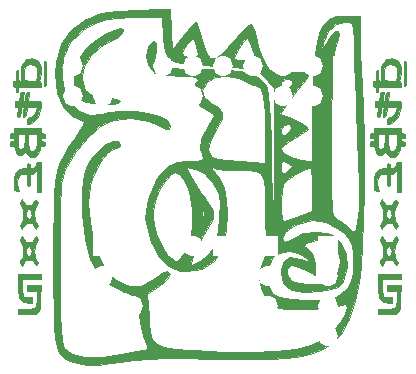
<source format=gbo>
G04 #@! TF.GenerationSoftware,KiCad,Pcbnew,(5.1.10)-1*
G04 #@! TF.CreationDate,2022-05-03T00:12:14-07:00*
G04 #@! TF.ProjectId,DUBloon,4455426c-6f6f-46e2-9e6b-696361645f70,rev?*
G04 #@! TF.SameCoordinates,Original*
G04 #@! TF.FileFunction,Legend,Bot*
G04 #@! TF.FilePolarity,Positive*
%FSLAX46Y46*%
G04 Gerber Fmt 4.6, Leading zero omitted, Abs format (unit mm)*
G04 Created by KiCad (PCBNEW (5.1.10)-1) date 2022-05-03 00:12:14*
%MOMM*%
%LPD*%
G01*
G04 APERTURE LIST*
%ADD10C,0.010000*%
%ADD11R,1.700000X1.700000*%
%ADD12O,1.700000X1.700000*%
%ADD13C,3.200000*%
G04 APERTURE END LIST*
D10*
G36*
X168961182Y-65754963D02*
G01*
X168963171Y-66016259D01*
X168968029Y-66201821D01*
X168977016Y-66324581D01*
X168991395Y-66397471D01*
X169012427Y-66433424D01*
X169041374Y-66445372D01*
X169062400Y-66446400D01*
X169096542Y-66442477D01*
X169122035Y-66422088D01*
X169140138Y-66372301D01*
X169152115Y-66280182D01*
X169159226Y-66132800D01*
X169162734Y-65917221D01*
X169163899Y-65620513D01*
X169164000Y-65405000D01*
X169163617Y-65055036D01*
X169161628Y-64793740D01*
X169156770Y-64608178D01*
X169147783Y-64485418D01*
X169133404Y-64412528D01*
X169112372Y-64376575D01*
X169083425Y-64364627D01*
X169062400Y-64363600D01*
X169028257Y-64367522D01*
X169002764Y-64387911D01*
X168984661Y-64437698D01*
X168972684Y-64529817D01*
X168965573Y-64677199D01*
X168962065Y-64892778D01*
X168960900Y-65189486D01*
X168960800Y-65405000D01*
X168961182Y-65754963D01*
G37*
X168961182Y-65754963D02*
X168963171Y-66016259D01*
X168968029Y-66201821D01*
X168977016Y-66324581D01*
X168991395Y-66397471D01*
X169012427Y-66433424D01*
X169041374Y-66445372D01*
X169062400Y-66446400D01*
X169096542Y-66442477D01*
X169122035Y-66422088D01*
X169140138Y-66372301D01*
X169152115Y-66280182D01*
X169159226Y-66132800D01*
X169162734Y-65917221D01*
X169163899Y-65620513D01*
X169164000Y-65405000D01*
X169163617Y-65055036D01*
X169161628Y-64793740D01*
X169156770Y-64608178D01*
X169147783Y-64485418D01*
X169133404Y-64412528D01*
X169112372Y-64376575D01*
X169083425Y-64364627D01*
X169062400Y-64363600D01*
X169028257Y-64367522D01*
X169002764Y-64387911D01*
X168984661Y-64437698D01*
X168972684Y-64529817D01*
X168965573Y-64677199D01*
X168962065Y-64892778D01*
X168960900Y-65189486D01*
X168960800Y-65405000D01*
X168961182Y-65754963D01*
G36*
X166122140Y-71449571D02*
G01*
X166159235Y-71509384D01*
X166255293Y-71531506D01*
X166305367Y-71536033D01*
X166422805Y-71552567D01*
X166484589Y-71595953D01*
X166518016Y-71695424D01*
X166533473Y-71780323D01*
X166604987Y-72029371D01*
X166722600Y-72191019D01*
X166890687Y-72270499D01*
X166950091Y-72278977D01*
X167118695Y-72269847D01*
X167249469Y-72197903D01*
X167370666Y-72046268D01*
X167389098Y-72016702D01*
X167477331Y-71872004D01*
X167511020Y-72025388D01*
X167570970Y-72173526D01*
X167664224Y-72307731D01*
X167840389Y-72440230D01*
X168025386Y-72479868D01*
X168207625Y-72433311D01*
X168375518Y-72307223D01*
X168517474Y-72108270D01*
X168621906Y-71843118D01*
X168645980Y-71743089D01*
X168681553Y-71617629D01*
X168742435Y-71557103D01*
X168864408Y-71529296D01*
X168886650Y-71526400D01*
X169015933Y-71503307D01*
X169073139Y-71458565D01*
X169087484Y-71362658D01*
X169087800Y-71323200D01*
X169079914Y-71206031D01*
X169036169Y-71152556D01*
X168926433Y-71132158D01*
X168897300Y-71129633D01*
X168770645Y-71109597D01*
X168716786Y-71064030D01*
X168706800Y-70989933D01*
X168718399Y-70910002D01*
X168772156Y-70874482D01*
X168896511Y-70866026D01*
X168910000Y-70866000D01*
X169040140Y-70860425D01*
X169097980Y-70827449D01*
X169112776Y-70742692D01*
X169113200Y-70696666D01*
X169103906Y-70571144D01*
X169081333Y-70495760D01*
X169079333Y-70493466D01*
X169009618Y-70470220D01*
X168886191Y-70459658D01*
X168876133Y-70459600D01*
X168772076Y-70454217D01*
X168722801Y-70419644D01*
X168707831Y-70328241D01*
X168706800Y-70231000D01*
X168706800Y-70002400D01*
X168402000Y-70002400D01*
X168402000Y-70510400D01*
X168401921Y-71005700D01*
X168395833Y-71279416D01*
X168375572Y-71475860D01*
X168337986Y-71618759D01*
X168313021Y-71674995D01*
X168201427Y-71843666D01*
X168079052Y-71920407D01*
X167935971Y-71916098D01*
X167834152Y-71864503D01*
X167758691Y-71759844D01*
X167705477Y-71589687D01*
X167670395Y-71341596D01*
X167651593Y-71056500D01*
X167626949Y-70510400D01*
X168402000Y-70510400D01*
X168402000Y-70002400D01*
X166776400Y-70002400D01*
X166776400Y-70510400D01*
X167399843Y-70510400D01*
X167373883Y-70980300D01*
X167355406Y-71205569D01*
X167328196Y-71406436D01*
X167296984Y-71550989D01*
X167283880Y-71587105D01*
X167182800Y-71724899D01*
X167051046Y-71766874D01*
X166969533Y-71751804D01*
X166886708Y-71698501D01*
X166829479Y-71591184D01*
X166794497Y-71416636D01*
X166778410Y-71161637D01*
X166776400Y-70989692D01*
X166776400Y-70510400D01*
X166776400Y-70002400D01*
X166471600Y-70002400D01*
X166471600Y-70231000D01*
X166467804Y-70371461D01*
X166442080Y-70437974D01*
X166372921Y-70458189D01*
X166293800Y-70459600D01*
X166179960Y-70465751D01*
X166129370Y-70503734D01*
X166116397Y-70602840D01*
X166116000Y-70662800D01*
X166121382Y-70792901D01*
X166154617Y-70850719D01*
X166241335Y-70865545D01*
X166293800Y-70866000D01*
X166414038Y-70875488D01*
X166463262Y-70918187D01*
X166471600Y-70993000D01*
X166458315Y-71078884D01*
X166398537Y-71114044D01*
X166293800Y-71120000D01*
X166179360Y-71126331D01*
X166128942Y-71164994D01*
X166116332Y-71265497D01*
X166116000Y-71320133D01*
X166122140Y-71449571D01*
G37*
X166122140Y-71449571D02*
X166159235Y-71509384D01*
X166255293Y-71531506D01*
X166305367Y-71536033D01*
X166422805Y-71552567D01*
X166484589Y-71595953D01*
X166518016Y-71695424D01*
X166533473Y-71780323D01*
X166604987Y-72029371D01*
X166722600Y-72191019D01*
X166890687Y-72270499D01*
X166950091Y-72278977D01*
X167118695Y-72269847D01*
X167249469Y-72197903D01*
X167370666Y-72046268D01*
X167389098Y-72016702D01*
X167477331Y-71872004D01*
X167511020Y-72025388D01*
X167570970Y-72173526D01*
X167664224Y-72307731D01*
X167840389Y-72440230D01*
X168025386Y-72479868D01*
X168207625Y-72433311D01*
X168375518Y-72307223D01*
X168517474Y-72108270D01*
X168621906Y-71843118D01*
X168645980Y-71743089D01*
X168681553Y-71617629D01*
X168742435Y-71557103D01*
X168864408Y-71529296D01*
X168886650Y-71526400D01*
X169015933Y-71503307D01*
X169073139Y-71458565D01*
X169087484Y-71362658D01*
X169087800Y-71323200D01*
X169079914Y-71206031D01*
X169036169Y-71152556D01*
X168926433Y-71132158D01*
X168897300Y-71129633D01*
X168770645Y-71109597D01*
X168716786Y-71064030D01*
X168706800Y-70989933D01*
X168718399Y-70910002D01*
X168772156Y-70874482D01*
X168896511Y-70866026D01*
X168910000Y-70866000D01*
X169040140Y-70860425D01*
X169097980Y-70827449D01*
X169112776Y-70742692D01*
X169113200Y-70696666D01*
X169103906Y-70571144D01*
X169081333Y-70495760D01*
X169079333Y-70493466D01*
X169009618Y-70470220D01*
X168886191Y-70459658D01*
X168876133Y-70459600D01*
X168772076Y-70454217D01*
X168722801Y-70419644D01*
X168707831Y-70328241D01*
X168706800Y-70231000D01*
X168706800Y-70002400D01*
X168402000Y-70002400D01*
X168402000Y-70510400D01*
X168401921Y-71005700D01*
X168395833Y-71279416D01*
X168375572Y-71475860D01*
X168337986Y-71618759D01*
X168313021Y-71674995D01*
X168201427Y-71843666D01*
X168079052Y-71920407D01*
X167935971Y-71916098D01*
X167834152Y-71864503D01*
X167758691Y-71759844D01*
X167705477Y-71589687D01*
X167670395Y-71341596D01*
X167651593Y-71056500D01*
X167626949Y-70510400D01*
X168402000Y-70510400D01*
X168402000Y-70002400D01*
X166776400Y-70002400D01*
X166776400Y-70510400D01*
X167399843Y-70510400D01*
X167373883Y-70980300D01*
X167355406Y-71205569D01*
X167328196Y-71406436D01*
X167296984Y-71550989D01*
X167283880Y-71587105D01*
X167182800Y-71724899D01*
X167051046Y-71766874D01*
X166969533Y-71751804D01*
X166886708Y-71698501D01*
X166829479Y-71591184D01*
X166794497Y-71416636D01*
X166778410Y-71161637D01*
X166776400Y-70989692D01*
X166776400Y-70510400D01*
X166776400Y-70002400D01*
X166471600Y-70002400D01*
X166471600Y-70231000D01*
X166467804Y-70371461D01*
X166442080Y-70437974D01*
X166372921Y-70458189D01*
X166293800Y-70459600D01*
X166179960Y-70465751D01*
X166129370Y-70503734D01*
X166116397Y-70602840D01*
X166116000Y-70662800D01*
X166121382Y-70792901D01*
X166154617Y-70850719D01*
X166241335Y-70865545D01*
X166293800Y-70866000D01*
X166414038Y-70875488D01*
X166463262Y-70918187D01*
X166471600Y-70993000D01*
X166458315Y-71078884D01*
X166398537Y-71114044D01*
X166293800Y-71120000D01*
X166179360Y-71126331D01*
X166128942Y-71164994D01*
X166116332Y-71265497D01*
X166116000Y-71320133D01*
X166122140Y-71449571D01*
G36*
X166374117Y-66393946D02*
G01*
X166395131Y-66469150D01*
X166446031Y-66494793D01*
X166497000Y-66497200D01*
X166575369Y-66506674D01*
X166612499Y-66553248D01*
X166623514Y-66664141D01*
X166624000Y-66725800D01*
X166630647Y-66868656D01*
X166658251Y-66936209D01*
X166718301Y-66954312D01*
X166725600Y-66954400D01*
X166789091Y-66939442D01*
X166819115Y-66877334D01*
X166827161Y-66742222D01*
X166827200Y-66725800D01*
X166827200Y-66497200D01*
X168706800Y-66497200D01*
X168706800Y-66243200D01*
X168696624Y-66076543D01*
X168664097Y-65998485D01*
X168638406Y-65989200D01*
X168605007Y-65969717D01*
X168608462Y-65898572D01*
X168650465Y-65756716D01*
X168662147Y-65722500D01*
X168729909Y-65425430D01*
X168748509Y-65099189D01*
X168716131Y-64794593D01*
X168697955Y-64721055D01*
X168579001Y-64444805D01*
X168403856Y-64253061D01*
X168170555Y-64144455D01*
X167877133Y-64117621D01*
X167869630Y-64118051D01*
X167869630Y-64617600D01*
X168095841Y-64638217D01*
X168250878Y-64708313D01*
X168358145Y-64840250D01*
X168382053Y-64888299D01*
X168423243Y-65055272D01*
X168433846Y-65281324D01*
X168415192Y-65529079D01*
X168368613Y-65761162D01*
X168348706Y-65824100D01*
X168290460Y-65989200D01*
X167841228Y-65989200D01*
X167637485Y-65984272D01*
X167474901Y-65971101D01*
X167378327Y-65952103D01*
X167363270Y-65942721D01*
X167329432Y-65833994D01*
X167307969Y-65659469D01*
X167300115Y-65454333D01*
X167307104Y-65253775D01*
X167330170Y-65092984D01*
X167333079Y-65081660D01*
X167429872Y-64843834D01*
X167571917Y-64693657D01*
X167767122Y-64624288D01*
X167869630Y-64617600D01*
X167869630Y-64118051D01*
X167834489Y-64120065D01*
X167647377Y-64142429D01*
X167517438Y-64188183D01*
X167400391Y-64275336D01*
X167360663Y-64312738D01*
X167230517Y-64469858D01*
X167122495Y-64651792D01*
X167100701Y-64702174D01*
X167044090Y-64926769D01*
X167014761Y-65209546D01*
X167014859Y-65510245D01*
X167043700Y-65773300D01*
X167063777Y-65907813D01*
X167052040Y-65970314D01*
X166997167Y-65988301D01*
X166954800Y-65989200D01*
X166893011Y-65985301D01*
X166855301Y-65960196D01*
X166835725Y-65893768D01*
X166828340Y-65765901D01*
X166827200Y-65557400D01*
X166825309Y-65347446D01*
X166816520Y-65219201D01*
X166796160Y-65152800D01*
X166759553Y-65128376D01*
X166725600Y-65125600D01*
X166676199Y-65133635D01*
X166646023Y-65170986D01*
X166630400Y-65257517D01*
X166624653Y-65413097D01*
X166624000Y-65557400D01*
X166622833Y-65766497D01*
X166615391Y-65894111D01*
X166595756Y-65960355D01*
X166558013Y-65985347D01*
X166497000Y-65989200D01*
X166421626Y-65997435D01*
X166384024Y-66039462D01*
X166371203Y-66141263D01*
X166370000Y-66243200D01*
X166374117Y-66393946D01*
G37*
X166374117Y-66393946D02*
X166395131Y-66469150D01*
X166446031Y-66494793D01*
X166497000Y-66497200D01*
X166575369Y-66506674D01*
X166612499Y-66553248D01*
X166623514Y-66664141D01*
X166624000Y-66725800D01*
X166630647Y-66868656D01*
X166658251Y-66936209D01*
X166718301Y-66954312D01*
X166725600Y-66954400D01*
X166789091Y-66939442D01*
X166819115Y-66877334D01*
X166827161Y-66742222D01*
X166827200Y-66725800D01*
X166827200Y-66497200D01*
X168706800Y-66497200D01*
X168706800Y-66243200D01*
X168696624Y-66076543D01*
X168664097Y-65998485D01*
X168638406Y-65989200D01*
X168605007Y-65969717D01*
X168608462Y-65898572D01*
X168650465Y-65756716D01*
X168662147Y-65722500D01*
X168729909Y-65425430D01*
X168748509Y-65099189D01*
X168716131Y-64794593D01*
X168697955Y-64721055D01*
X168579001Y-64444805D01*
X168403856Y-64253061D01*
X168170555Y-64144455D01*
X167877133Y-64117621D01*
X167869630Y-64118051D01*
X167869630Y-64617600D01*
X168095841Y-64638217D01*
X168250878Y-64708313D01*
X168358145Y-64840250D01*
X168382053Y-64888299D01*
X168423243Y-65055272D01*
X168433846Y-65281324D01*
X168415192Y-65529079D01*
X168368613Y-65761162D01*
X168348706Y-65824100D01*
X168290460Y-65989200D01*
X167841228Y-65989200D01*
X167637485Y-65984272D01*
X167474901Y-65971101D01*
X167378327Y-65952103D01*
X167363270Y-65942721D01*
X167329432Y-65833994D01*
X167307969Y-65659469D01*
X167300115Y-65454333D01*
X167307104Y-65253775D01*
X167330170Y-65092984D01*
X167333079Y-65081660D01*
X167429872Y-64843834D01*
X167571917Y-64693657D01*
X167767122Y-64624288D01*
X167869630Y-64617600D01*
X167869630Y-64118051D01*
X167834489Y-64120065D01*
X167647377Y-64142429D01*
X167517438Y-64188183D01*
X167400391Y-64275336D01*
X167360663Y-64312738D01*
X167230517Y-64469858D01*
X167122495Y-64651792D01*
X167100701Y-64702174D01*
X167044090Y-64926769D01*
X167014761Y-65209546D01*
X167014859Y-65510245D01*
X167043700Y-65773300D01*
X167063777Y-65907813D01*
X167052040Y-65970314D01*
X166997167Y-65988301D01*
X166954800Y-65989200D01*
X166893011Y-65985301D01*
X166855301Y-65960196D01*
X166835725Y-65893768D01*
X166828340Y-65765901D01*
X166827200Y-65557400D01*
X166825309Y-65347446D01*
X166816520Y-65219201D01*
X166796160Y-65152800D01*
X166759553Y-65128376D01*
X166725600Y-65125600D01*
X166676199Y-65133635D01*
X166646023Y-65170986D01*
X166630400Y-65257517D01*
X166624653Y-65413097D01*
X166624000Y-65557400D01*
X166622833Y-65766497D01*
X166615391Y-65894111D01*
X166595756Y-65960355D01*
X166558013Y-65985347D01*
X166497000Y-65989200D01*
X166421626Y-65997435D01*
X166384024Y-66039462D01*
X166371203Y-66141263D01*
X166370000Y-66243200D01*
X166374117Y-66393946D01*
G36*
X166525700Y-68122643D02*
G01*
X166546663Y-68196605D01*
X166601880Y-68221732D01*
X166680235Y-68224400D01*
X166791779Y-68239202D01*
X166814048Y-68286447D01*
X166812226Y-68291747D01*
X166793813Y-68374513D01*
X166770989Y-68524889D01*
X166750073Y-68698147D01*
X166732295Y-68878045D01*
X166731531Y-68979443D01*
X166753817Y-69024848D01*
X166805193Y-69036766D01*
X166841028Y-69037200D01*
X166901091Y-69033369D01*
X166943671Y-69010381D01*
X166975345Y-68950993D01*
X167002691Y-68837961D01*
X167032284Y-68654041D01*
X167059003Y-68465700D01*
X167088101Y-68315419D01*
X167129170Y-68242923D01*
X167194075Y-68224400D01*
X167267188Y-68245647D01*
X167271010Y-68326541D01*
X167268272Y-68338700D01*
X167247153Y-68452363D01*
X167221914Y-68622197D01*
X167206112Y-68745100D01*
X167188608Y-68908904D01*
X167191580Y-68996081D01*
X167222665Y-69030790D01*
X167289498Y-69037187D01*
X167298439Y-69037200D01*
X167371061Y-69027738D01*
X167421998Y-68987497D01*
X167458730Y-68898693D01*
X167488736Y-68743540D01*
X167518307Y-68514377D01*
X167552388Y-68224400D01*
X167977194Y-68224400D01*
X168184988Y-68226292D01*
X168311263Y-68235217D01*
X168376075Y-68256050D01*
X168399483Y-68293666D01*
X168402000Y-68327631D01*
X168356124Y-68547801D01*
X168232922Y-68763994D01*
X168054033Y-68949241D01*
X167841095Y-69076572D01*
X167785420Y-69096092D01*
X167668918Y-69136108D01*
X167611064Y-69186390D01*
X167591331Y-69279511D01*
X167589200Y-69407487D01*
X167589199Y-69660093D01*
X167773414Y-69630199D01*
X168038403Y-69537572D01*
X168270032Y-69357394D01*
X168461339Y-69100227D01*
X168605362Y-68776630D01*
X168695141Y-68397163D01*
X168716872Y-68199000D01*
X168724170Y-68025107D01*
X168721822Y-67876916D01*
X168717361Y-67830700D01*
X168704539Y-67779858D01*
X168672470Y-67746874D01*
X168602498Y-67727892D01*
X168475968Y-67719058D01*
X168274225Y-67716517D01*
X168164213Y-67716400D01*
X167628692Y-67716400D01*
X167656390Y-67551300D01*
X167699101Y-67296261D01*
X167724822Y-67125425D01*
X167732192Y-67022605D01*
X167719855Y-66971613D01*
X167686449Y-66956262D01*
X167630616Y-66960365D01*
X167607018Y-66963231D01*
X167531768Y-66977376D01*
X167484673Y-67013574D01*
X167454590Y-67094405D01*
X167430372Y-67242448D01*
X167417058Y-67348100D01*
X167389912Y-67540556D01*
X167361791Y-67652322D01*
X167324537Y-67704049D01*
X167271590Y-67716400D01*
X167212477Y-67706012D01*
X167189401Y-67657734D01*
X167195206Y-67545888D01*
X167204356Y-67475100D01*
X167230605Y-67296696D01*
X167256998Y-67136877D01*
X167264960Y-67094100D01*
X167273497Y-66995349D01*
X167226364Y-66958963D01*
X167143077Y-66954400D01*
X167065780Y-66958671D01*
X167017862Y-66985858D01*
X166987936Y-67057519D01*
X166964616Y-67195211D01*
X166948541Y-67322700D01*
X166903400Y-67691000D01*
X166712899Y-67706766D01*
X166522399Y-67722533D01*
X166522399Y-67973466D01*
X166525700Y-68122643D01*
G37*
X166525700Y-68122643D02*
X166546663Y-68196605D01*
X166601880Y-68221732D01*
X166680235Y-68224400D01*
X166791779Y-68239202D01*
X166814048Y-68286447D01*
X166812226Y-68291747D01*
X166793813Y-68374513D01*
X166770989Y-68524889D01*
X166750073Y-68698147D01*
X166732295Y-68878045D01*
X166731531Y-68979443D01*
X166753817Y-69024848D01*
X166805193Y-69036766D01*
X166841028Y-69037200D01*
X166901091Y-69033369D01*
X166943671Y-69010381D01*
X166975345Y-68950993D01*
X167002691Y-68837961D01*
X167032284Y-68654041D01*
X167059003Y-68465700D01*
X167088101Y-68315419D01*
X167129170Y-68242923D01*
X167194075Y-68224400D01*
X167267188Y-68245647D01*
X167271010Y-68326541D01*
X167268272Y-68338700D01*
X167247153Y-68452363D01*
X167221914Y-68622197D01*
X167206112Y-68745100D01*
X167188608Y-68908904D01*
X167191580Y-68996081D01*
X167222665Y-69030790D01*
X167289498Y-69037187D01*
X167298439Y-69037200D01*
X167371061Y-69027738D01*
X167421998Y-68987497D01*
X167458730Y-68898693D01*
X167488736Y-68743540D01*
X167518307Y-68514377D01*
X167552388Y-68224400D01*
X167977194Y-68224400D01*
X168184988Y-68226292D01*
X168311263Y-68235217D01*
X168376075Y-68256050D01*
X168399483Y-68293666D01*
X168402000Y-68327631D01*
X168356124Y-68547801D01*
X168232922Y-68763994D01*
X168054033Y-68949241D01*
X167841095Y-69076572D01*
X167785420Y-69096092D01*
X167668918Y-69136108D01*
X167611064Y-69186390D01*
X167591331Y-69279511D01*
X167589200Y-69407487D01*
X167589199Y-69660093D01*
X167773414Y-69630199D01*
X168038403Y-69537572D01*
X168270032Y-69357394D01*
X168461339Y-69100227D01*
X168605362Y-68776630D01*
X168695141Y-68397163D01*
X168716872Y-68199000D01*
X168724170Y-68025107D01*
X168721822Y-67876916D01*
X168717361Y-67830700D01*
X168704539Y-67779858D01*
X168672470Y-67746874D01*
X168602498Y-67727892D01*
X168475968Y-67719058D01*
X168274225Y-67716517D01*
X168164213Y-67716400D01*
X167628692Y-67716400D01*
X167656390Y-67551300D01*
X167699101Y-67296261D01*
X167724822Y-67125425D01*
X167732192Y-67022605D01*
X167719855Y-66971613D01*
X167686449Y-66956262D01*
X167630616Y-66960365D01*
X167607018Y-66963231D01*
X167531768Y-66977376D01*
X167484673Y-67013574D01*
X167454590Y-67094405D01*
X167430372Y-67242448D01*
X167417058Y-67348100D01*
X167389912Y-67540556D01*
X167361791Y-67652322D01*
X167324537Y-67704049D01*
X167271590Y-67716400D01*
X167212477Y-67706012D01*
X167189401Y-67657734D01*
X167195206Y-67545888D01*
X167204356Y-67475100D01*
X167230605Y-67296696D01*
X167256998Y-67136877D01*
X167264960Y-67094100D01*
X167273497Y-66995349D01*
X167226364Y-66958963D01*
X167143077Y-66954400D01*
X167065780Y-66958671D01*
X167017862Y-66985858D01*
X166987936Y-67057519D01*
X166964616Y-67195211D01*
X166948541Y-67322700D01*
X166903400Y-67691000D01*
X166712899Y-67706766D01*
X166522399Y-67722533D01*
X166522399Y-67973466D01*
X166525700Y-68122643D01*
G36*
X166448686Y-74574400D02*
G01*
X166453501Y-74869876D01*
X166467538Y-75078467D01*
X166495495Y-75214785D01*
X166542073Y-75293444D01*
X166611970Y-75329057D01*
X166693726Y-75336400D01*
X166863116Y-75336400D01*
X166794358Y-75071329D01*
X166736525Y-74749343D01*
X166733920Y-74459623D01*
X166783906Y-74218138D01*
X166883846Y-74040860D01*
X166976786Y-73966305D01*
X167087197Y-73933890D01*
X167246344Y-73915542D01*
X167304620Y-73914000D01*
X167534720Y-73914000D01*
X167549260Y-74409300D01*
X167557335Y-74637120D01*
X167568643Y-74782713D01*
X167588059Y-74865441D01*
X167620461Y-74904663D01*
X167670725Y-74919739D01*
X167678100Y-74920833D01*
X167729823Y-74924058D01*
X167762984Y-74904102D01*
X167781705Y-74843095D01*
X167790111Y-74723167D01*
X167792324Y-74526448D01*
X167792400Y-74425533D01*
X167793680Y-74193583D01*
X167800034Y-74044846D01*
X167815233Y-73960943D01*
X167843046Y-73923495D01*
X167887245Y-73914123D01*
X167897339Y-73914000D01*
X168088055Y-73864980D01*
X168251768Y-73718904D01*
X168302928Y-73644057D01*
X168401620Y-73482200D01*
X168402000Y-75387200D01*
X168706800Y-75387200D01*
X168706800Y-72898000D01*
X168541700Y-72898516D01*
X168430574Y-72911563D01*
X168359305Y-72967648D01*
X168294931Y-73093520D01*
X168291562Y-73101505D01*
X168187689Y-73270852D01*
X168072355Y-73354988D01*
X167917929Y-73402139D01*
X167832580Y-73388241D01*
X167797370Y-73302998D01*
X167792400Y-73202800D01*
X167785468Y-73071881D01*
X167752771Y-73013693D01*
X167676459Y-72999672D01*
X167665400Y-72999600D01*
X167583576Y-73010690D01*
X167547208Y-73063005D01*
X167538445Y-73185104D01*
X167538400Y-73202800D01*
X167538400Y-73406000D01*
X167271700Y-73406189D01*
X166998857Y-73440591D01*
X166787906Y-73549988D01*
X166622897Y-73744330D01*
X166567434Y-73845536D01*
X166507568Y-73983332D01*
X166471275Y-74119916D01*
X166453336Y-74287331D01*
X166448529Y-74517622D01*
X166448686Y-74574400D01*
G37*
X166448686Y-74574400D02*
X166453501Y-74869876D01*
X166467538Y-75078467D01*
X166495495Y-75214785D01*
X166542073Y-75293444D01*
X166611970Y-75329057D01*
X166693726Y-75336400D01*
X166863116Y-75336400D01*
X166794358Y-75071329D01*
X166736525Y-74749343D01*
X166733920Y-74459623D01*
X166783906Y-74218138D01*
X166883846Y-74040860D01*
X166976786Y-73966305D01*
X167087197Y-73933890D01*
X167246344Y-73915542D01*
X167304620Y-73914000D01*
X167534720Y-73914000D01*
X167549260Y-74409300D01*
X167557335Y-74637120D01*
X167568643Y-74782713D01*
X167588059Y-74865441D01*
X167620461Y-74904663D01*
X167670725Y-74919739D01*
X167678100Y-74920833D01*
X167729823Y-74924058D01*
X167762984Y-74904102D01*
X167781705Y-74843095D01*
X167790111Y-74723167D01*
X167792324Y-74526448D01*
X167792400Y-74425533D01*
X167793680Y-74193583D01*
X167800034Y-74044846D01*
X167815233Y-73960943D01*
X167843046Y-73923495D01*
X167887245Y-73914123D01*
X167897339Y-73914000D01*
X168088055Y-73864980D01*
X168251768Y-73718904D01*
X168302928Y-73644057D01*
X168401620Y-73482200D01*
X168402000Y-75387200D01*
X168706800Y-75387200D01*
X168706800Y-72898000D01*
X168541700Y-72898516D01*
X168430574Y-72911563D01*
X168359305Y-72967648D01*
X168294931Y-73093520D01*
X168291562Y-73101505D01*
X168187689Y-73270852D01*
X168072355Y-73354988D01*
X167917929Y-73402139D01*
X167832580Y-73388241D01*
X167797370Y-73302998D01*
X167792400Y-73202800D01*
X167785468Y-73071881D01*
X167752771Y-73013693D01*
X167676459Y-72999672D01*
X167665400Y-72999600D01*
X167583576Y-73010690D01*
X167547208Y-73063005D01*
X167538445Y-73185104D01*
X167538400Y-73202800D01*
X167538400Y-73406000D01*
X167271700Y-73406189D01*
X166998857Y-73440591D01*
X166787906Y-73549988D01*
X166622897Y-73744330D01*
X166567434Y-73845536D01*
X166507568Y-73983332D01*
X166471275Y-74119916D01*
X166453336Y-74287331D01*
X166448529Y-74517622D01*
X166448686Y-74574400D01*
G36*
X166828315Y-83273900D02*
G01*
X166830000Y-83615040D01*
X166835097Y-83871770D01*
X166845079Y-84061264D01*
X166861414Y-84200692D01*
X166885576Y-84307227D01*
X166919033Y-84398042D01*
X166925923Y-84413531D01*
X167038283Y-84592899D01*
X167192848Y-84708504D01*
X167407730Y-84769479D01*
X167662877Y-84785200D01*
X167995600Y-84785200D01*
X167995600Y-84328000D01*
X167712860Y-84328000D01*
X167537485Y-84319315D01*
X167393317Y-84297044D01*
X167337203Y-84278272D01*
X167251058Y-84197251D01*
X167190075Y-84053542D01*
X167151862Y-83836382D01*
X167134026Y-83535008D01*
X167132000Y-83355219D01*
X167132000Y-82804000D01*
X168706800Y-82804000D01*
X168706800Y-82346800D01*
X166827200Y-82346800D01*
X166828315Y-83273900D01*
G37*
X166828315Y-83273900D02*
X166830000Y-83615040D01*
X166835097Y-83871770D01*
X166845079Y-84061264D01*
X166861414Y-84200692D01*
X166885576Y-84307227D01*
X166919033Y-84398042D01*
X166925923Y-84413531D01*
X167038283Y-84592899D01*
X167192848Y-84708504D01*
X167407730Y-84769479D01*
X167662877Y-84785200D01*
X167995600Y-84785200D01*
X167995600Y-84328000D01*
X167712860Y-84328000D01*
X167537485Y-84319315D01*
X167393317Y-84297044D01*
X167337203Y-84278272D01*
X167251058Y-84197251D01*
X167190075Y-84053542D01*
X167151862Y-83836382D01*
X167134026Y-83535008D01*
X167132000Y-83355219D01*
X167132000Y-82804000D01*
X168706800Y-82804000D01*
X168706800Y-82346800D01*
X166827200Y-82346800D01*
X166828315Y-83273900D01*
G36*
X167552496Y-85750400D02*
G01*
X167872267Y-85747805D01*
X168107810Y-85736462D01*
X168276441Y-85711031D01*
X168395475Y-85666170D01*
X168482227Y-85596539D01*
X168554012Y-85496800D01*
X168591957Y-85429816D01*
X168623977Y-85354714D01*
X168648390Y-85253300D01*
X168666602Y-85110460D01*
X168680018Y-84911079D01*
X168690044Y-84640043D01*
X168697942Y-84289900D01*
X168716149Y-83312000D01*
X167538400Y-83312000D01*
X167538400Y-83769200D01*
X168417440Y-83769200D01*
X168387225Y-84408683D01*
X168371367Y-84727160D01*
X168349232Y-84958301D01*
X168306983Y-85116085D01*
X168230782Y-85214494D01*
X168106793Y-85267510D01*
X167921179Y-85289113D01*
X167660103Y-85293284D01*
X167511828Y-85293200D01*
X166827200Y-85293200D01*
X166827200Y-85750400D01*
X167552496Y-85750400D01*
G37*
X167552496Y-85750400D02*
X167872267Y-85747805D01*
X168107810Y-85736462D01*
X168276441Y-85711031D01*
X168395475Y-85666170D01*
X168482227Y-85596539D01*
X168554012Y-85496800D01*
X168591957Y-85429816D01*
X168623977Y-85354714D01*
X168648390Y-85253300D01*
X168666602Y-85110460D01*
X168680018Y-84911079D01*
X168690044Y-84640043D01*
X168697942Y-84289900D01*
X168716149Y-83312000D01*
X167538400Y-83312000D01*
X167538400Y-83769200D01*
X168417440Y-83769200D01*
X168387225Y-84408683D01*
X168371367Y-84727160D01*
X168349232Y-84958301D01*
X168306983Y-85116085D01*
X168230782Y-85214494D01*
X168106793Y-85267510D01*
X167921179Y-85289113D01*
X167660103Y-85293284D01*
X167511828Y-85293200D01*
X166827200Y-85293200D01*
X166827200Y-85750400D01*
X167552496Y-85750400D01*
G36*
X166990896Y-76410106D02*
G01*
X167073508Y-76550925D01*
X167084325Y-76568523D01*
X167163878Y-76706548D01*
X167212027Y-76825225D01*
X167236668Y-76958715D01*
X167245694Y-77141175D01*
X167246854Y-77271809D01*
X167244128Y-77496725D01*
X167229215Y-77655099D01*
X167194526Y-77781882D01*
X167132476Y-77912027D01*
X167092526Y-77982874D01*
X167007988Y-78136175D01*
X166970753Y-78235276D01*
X166974422Y-78312227D01*
X167010316Y-78394680D01*
X167068418Y-78493305D01*
X167108044Y-78536704D01*
X167109023Y-78536800D01*
X167147740Y-78497578D01*
X167221028Y-78396456D01*
X167284702Y-78299542D01*
X167374945Y-78164485D01*
X167450302Y-78093397D01*
X167548952Y-78065093D01*
X167709072Y-78058393D01*
X167719603Y-78058242D01*
X168004040Y-78054200D01*
X168139520Y-78295448D01*
X168220705Y-78428994D01*
X168285843Y-78516626D01*
X168311795Y-78536748D01*
X168358000Y-78496443D01*
X168420007Y-78398599D01*
X168423981Y-78391011D01*
X168462756Y-78302388D01*
X168464736Y-78226445D01*
X168422981Y-78129808D01*
X168342114Y-77997311D01*
X168266742Y-77871105D01*
X168220510Y-77762283D01*
X168196630Y-77639452D01*
X168188310Y-77471217D01*
X168188271Y-77286044D01*
X168192868Y-77057213D01*
X168207387Y-76897758D01*
X168238985Y-76775497D01*
X168294816Y-76658244D01*
X168347642Y-76569226D01*
X168431039Y-76430299D01*
X168487181Y-76330276D01*
X168502470Y-76295981D01*
X168473595Y-76246632D01*
X168405244Y-76154289D01*
X168401244Y-76149200D01*
X168345680Y-76082856D01*
X168302093Y-76060687D01*
X168254654Y-76093606D01*
X168187531Y-76192529D01*
X168085904Y-76366618D01*
X167997677Y-76492163D01*
X167923942Y-76530094D01*
X167896492Y-76523405D01*
X167725987Y-76489683D01*
X167716200Y-76491205D01*
X167716200Y-76860400D01*
X167811275Y-76905785D01*
X167884908Y-77022539D01*
X167930752Y-77181559D01*
X167942459Y-77353739D01*
X167913681Y-77509977D01*
X167874084Y-77584300D01*
X167767745Y-77668915D01*
X167660680Y-77665079D01*
X167568414Y-77584630D01*
X167506475Y-77439410D01*
X167489215Y-77290803D01*
X167512496Y-77112434D01*
X167575405Y-76964410D01*
X167663181Y-76874722D01*
X167716200Y-76860400D01*
X167716200Y-76491205D01*
X167552027Y-76516753D01*
X167537011Y-76522981D01*
X167472927Y-76515806D01*
X167393667Y-76433031D01*
X167310439Y-76302694D01*
X167224907Y-76165516D01*
X167156801Y-76072914D01*
X167127170Y-76047600D01*
X167078088Y-76085579D01*
X167008154Y-76176914D01*
X167008028Y-76177107D01*
X166964129Y-76253837D01*
X166956427Y-76321290D01*
X166990896Y-76410106D01*
G37*
X166990896Y-76410106D02*
X167073508Y-76550925D01*
X167084325Y-76568523D01*
X167163878Y-76706548D01*
X167212027Y-76825225D01*
X167236668Y-76958715D01*
X167245694Y-77141175D01*
X167246854Y-77271809D01*
X167244128Y-77496725D01*
X167229215Y-77655099D01*
X167194526Y-77781882D01*
X167132476Y-77912027D01*
X167092526Y-77982874D01*
X167007988Y-78136175D01*
X166970753Y-78235276D01*
X166974422Y-78312227D01*
X167010316Y-78394680D01*
X167068418Y-78493305D01*
X167108044Y-78536704D01*
X167109023Y-78536800D01*
X167147740Y-78497578D01*
X167221028Y-78396456D01*
X167284702Y-78299542D01*
X167374945Y-78164485D01*
X167450302Y-78093397D01*
X167548952Y-78065093D01*
X167709072Y-78058393D01*
X167719603Y-78058242D01*
X168004040Y-78054200D01*
X168139520Y-78295448D01*
X168220705Y-78428994D01*
X168285843Y-78516626D01*
X168311795Y-78536748D01*
X168358000Y-78496443D01*
X168420007Y-78398599D01*
X168423981Y-78391011D01*
X168462756Y-78302388D01*
X168464736Y-78226445D01*
X168422981Y-78129808D01*
X168342114Y-77997311D01*
X168266742Y-77871105D01*
X168220510Y-77762283D01*
X168196630Y-77639452D01*
X168188310Y-77471217D01*
X168188271Y-77286044D01*
X168192868Y-77057213D01*
X168207387Y-76897758D01*
X168238985Y-76775497D01*
X168294816Y-76658244D01*
X168347642Y-76569226D01*
X168431039Y-76430299D01*
X168487181Y-76330276D01*
X168502470Y-76295981D01*
X168473595Y-76246632D01*
X168405244Y-76154289D01*
X168401244Y-76149200D01*
X168345680Y-76082856D01*
X168302093Y-76060687D01*
X168254654Y-76093606D01*
X168187531Y-76192529D01*
X168085904Y-76366618D01*
X167997677Y-76492163D01*
X167923942Y-76530094D01*
X167896492Y-76523405D01*
X167725987Y-76489683D01*
X167716200Y-76491205D01*
X167716200Y-76860400D01*
X167811275Y-76905785D01*
X167884908Y-77022539D01*
X167930752Y-77181559D01*
X167942459Y-77353739D01*
X167913681Y-77509977D01*
X167874084Y-77584300D01*
X167767745Y-77668915D01*
X167660680Y-77665079D01*
X167568414Y-77584630D01*
X167506475Y-77439410D01*
X167489215Y-77290803D01*
X167512496Y-77112434D01*
X167575405Y-76964410D01*
X167663181Y-76874722D01*
X167716200Y-76860400D01*
X167716200Y-76491205D01*
X167552027Y-76516753D01*
X167537011Y-76522981D01*
X167472927Y-76515806D01*
X167393667Y-76433031D01*
X167310439Y-76302694D01*
X167224907Y-76165516D01*
X167156801Y-76072914D01*
X167127170Y-76047600D01*
X167078088Y-76085579D01*
X167008154Y-76176914D01*
X167008028Y-76177107D01*
X166964129Y-76253837D01*
X166956427Y-76321290D01*
X166990896Y-76410106D01*
G36*
X167022820Y-81545852D02*
G01*
X167121281Y-81701360D01*
X167256718Y-81486814D01*
X167341333Y-81347563D01*
X167402999Y-81236642D01*
X167418748Y-81202968D01*
X167459116Y-81160344D01*
X167544238Y-81179246D01*
X167571651Y-81191220D01*
X167730474Y-81221996D01*
X167838226Y-81195827D01*
X167921933Y-81171558D01*
X167982104Y-81188442D01*
X168043493Y-81263556D01*
X168115953Y-81387422D01*
X168213654Y-81553325D01*
X168281057Y-81636534D01*
X168333626Y-81645066D01*
X168386821Y-81586939D01*
X168414468Y-81542212D01*
X168456451Y-81460463D01*
X168463632Y-81388945D01*
X168430299Y-81296338D01*
X168350738Y-81151318D01*
X168339668Y-81132118D01*
X168263348Y-80991370D01*
X168217210Y-80871463D01*
X168194188Y-80738674D01*
X168187214Y-80559281D01*
X168187874Y-80407744D01*
X168193556Y-80180460D01*
X168209694Y-80021661D01*
X168243804Y-79898278D01*
X168303401Y-79777239D01*
X168348195Y-79702238D01*
X168431380Y-79565090D01*
X168487642Y-79468588D01*
X168503265Y-79437736D01*
X168478163Y-79391966D01*
X168417250Y-79295901D01*
X168408133Y-79282019D01*
X168313335Y-79138239D01*
X168141767Y-79410791D01*
X168045114Y-79558178D01*
X167977523Y-79634188D01*
X167916605Y-79655052D01*
X167839969Y-79637001D01*
X167833061Y-79634565D01*
X167757434Y-79626748D01*
X167757434Y-80026951D01*
X167851899Y-80094073D01*
X167918252Y-80211521D01*
X167945642Y-80380500D01*
X167933478Y-80558469D01*
X167881170Y-80702882D01*
X167860726Y-80729899D01*
X167759843Y-80810777D01*
X167664464Y-80801402D01*
X167580500Y-80738726D01*
X167513372Y-80619729D01*
X167488238Y-80449433D01*
X167506030Y-80269471D01*
X167566680Y-80122903D01*
X167661013Y-80027112D01*
X167757434Y-80026951D01*
X167757434Y-79626748D01*
X167651879Y-79615837D01*
X167579859Y-79637577D01*
X167511556Y-79657754D01*
X167453370Y-79636195D01*
X167384882Y-79557077D01*
X167291823Y-79414431D01*
X167119851Y-79139497D01*
X167024934Y-79295575D01*
X166930017Y-79451652D01*
X167084813Y-79703228D01*
X167160744Y-79836046D01*
X167207329Y-79953897D01*
X167232040Y-80089764D01*
X167242347Y-80276629D01*
X167244532Y-80408398D01*
X167244339Y-80632083D01*
X167233117Y-80787048D01*
X167203660Y-80906103D01*
X167148765Y-81022057D01*
X167086907Y-81126168D01*
X166924358Y-81390343D01*
X167022820Y-81545852D01*
G37*
X167022820Y-81545852D02*
X167121281Y-81701360D01*
X167256718Y-81486814D01*
X167341333Y-81347563D01*
X167402999Y-81236642D01*
X167418748Y-81202968D01*
X167459116Y-81160344D01*
X167544238Y-81179246D01*
X167571651Y-81191220D01*
X167730474Y-81221996D01*
X167838226Y-81195827D01*
X167921933Y-81171558D01*
X167982104Y-81188442D01*
X168043493Y-81263556D01*
X168115953Y-81387422D01*
X168213654Y-81553325D01*
X168281057Y-81636534D01*
X168333626Y-81645066D01*
X168386821Y-81586939D01*
X168414468Y-81542212D01*
X168456451Y-81460463D01*
X168463632Y-81388945D01*
X168430299Y-81296338D01*
X168350738Y-81151318D01*
X168339668Y-81132118D01*
X168263348Y-80991370D01*
X168217210Y-80871463D01*
X168194188Y-80738674D01*
X168187214Y-80559281D01*
X168187874Y-80407744D01*
X168193556Y-80180460D01*
X168209694Y-80021661D01*
X168243804Y-79898278D01*
X168303401Y-79777239D01*
X168348195Y-79702238D01*
X168431380Y-79565090D01*
X168487642Y-79468588D01*
X168503265Y-79437736D01*
X168478163Y-79391966D01*
X168417250Y-79295901D01*
X168408133Y-79282019D01*
X168313335Y-79138239D01*
X168141767Y-79410791D01*
X168045114Y-79558178D01*
X167977523Y-79634188D01*
X167916605Y-79655052D01*
X167839969Y-79637001D01*
X167833061Y-79634565D01*
X167757434Y-79626748D01*
X167757434Y-80026951D01*
X167851899Y-80094073D01*
X167918252Y-80211521D01*
X167945642Y-80380500D01*
X167933478Y-80558469D01*
X167881170Y-80702882D01*
X167860726Y-80729899D01*
X167759843Y-80810777D01*
X167664464Y-80801402D01*
X167580500Y-80738726D01*
X167513372Y-80619729D01*
X167488238Y-80449433D01*
X167506030Y-80269471D01*
X167566680Y-80122903D01*
X167661013Y-80027112D01*
X167757434Y-80026951D01*
X167757434Y-79626748D01*
X167651879Y-79615837D01*
X167579859Y-79637577D01*
X167511556Y-79657754D01*
X167453370Y-79636195D01*
X167384882Y-79557077D01*
X167291823Y-79414431D01*
X167119851Y-79139497D01*
X167024934Y-79295575D01*
X166930017Y-79451652D01*
X167084813Y-79703228D01*
X167160744Y-79836046D01*
X167207329Y-79953897D01*
X167232040Y-80089764D01*
X167242347Y-80276629D01*
X167244532Y-80408398D01*
X167244339Y-80632083D01*
X167233117Y-80787048D01*
X167203660Y-80906103D01*
X167148765Y-81022057D01*
X167086907Y-81126168D01*
X166924358Y-81390343D01*
X167022820Y-81545852D01*
G36*
X138481182Y-65754963D02*
G01*
X138483171Y-66016259D01*
X138488029Y-66201821D01*
X138497016Y-66324581D01*
X138511395Y-66397471D01*
X138532427Y-66433424D01*
X138561374Y-66445372D01*
X138582400Y-66446400D01*
X138616542Y-66442477D01*
X138642035Y-66422088D01*
X138660138Y-66372301D01*
X138672115Y-66280182D01*
X138679226Y-66132800D01*
X138682734Y-65917221D01*
X138683899Y-65620513D01*
X138684000Y-65405000D01*
X138683617Y-65055036D01*
X138681628Y-64793740D01*
X138676770Y-64608178D01*
X138667783Y-64485418D01*
X138653404Y-64412528D01*
X138632372Y-64376575D01*
X138603425Y-64364627D01*
X138582400Y-64363600D01*
X138548257Y-64367522D01*
X138522764Y-64387911D01*
X138504661Y-64437698D01*
X138492684Y-64529817D01*
X138485573Y-64677199D01*
X138482065Y-64892778D01*
X138480900Y-65189486D01*
X138480800Y-65405000D01*
X138481182Y-65754963D01*
G37*
X138481182Y-65754963D02*
X138483171Y-66016259D01*
X138488029Y-66201821D01*
X138497016Y-66324581D01*
X138511395Y-66397471D01*
X138532427Y-66433424D01*
X138561374Y-66445372D01*
X138582400Y-66446400D01*
X138616542Y-66442477D01*
X138642035Y-66422088D01*
X138660138Y-66372301D01*
X138672115Y-66280182D01*
X138679226Y-66132800D01*
X138682734Y-65917221D01*
X138683899Y-65620513D01*
X138684000Y-65405000D01*
X138683617Y-65055036D01*
X138681628Y-64793740D01*
X138676770Y-64608178D01*
X138667783Y-64485418D01*
X138653404Y-64412528D01*
X138632372Y-64376575D01*
X138603425Y-64364627D01*
X138582400Y-64363600D01*
X138548257Y-64367522D01*
X138522764Y-64387911D01*
X138504661Y-64437698D01*
X138492684Y-64529817D01*
X138485573Y-64677199D01*
X138482065Y-64892778D01*
X138480900Y-65189486D01*
X138480800Y-65405000D01*
X138481182Y-65754963D01*
G36*
X135642140Y-71449571D02*
G01*
X135679235Y-71509384D01*
X135775293Y-71531506D01*
X135825367Y-71536033D01*
X135942805Y-71552567D01*
X136004589Y-71595953D01*
X136038016Y-71695424D01*
X136053473Y-71780323D01*
X136124987Y-72029371D01*
X136242600Y-72191019D01*
X136410687Y-72270499D01*
X136470091Y-72278977D01*
X136638695Y-72269847D01*
X136769469Y-72197903D01*
X136890666Y-72046268D01*
X136909098Y-72016702D01*
X136997331Y-71872004D01*
X137031020Y-72025388D01*
X137090970Y-72173526D01*
X137184224Y-72307731D01*
X137360389Y-72440230D01*
X137545386Y-72479868D01*
X137727625Y-72433311D01*
X137895518Y-72307223D01*
X138037474Y-72108270D01*
X138141906Y-71843118D01*
X138165980Y-71743089D01*
X138201553Y-71617629D01*
X138262435Y-71557103D01*
X138384408Y-71529296D01*
X138406650Y-71526400D01*
X138535933Y-71503307D01*
X138593139Y-71458565D01*
X138607484Y-71362658D01*
X138607800Y-71323200D01*
X138599914Y-71206031D01*
X138556169Y-71152556D01*
X138446433Y-71132158D01*
X138417300Y-71129633D01*
X138290645Y-71109597D01*
X138236786Y-71064030D01*
X138226800Y-70989933D01*
X138238399Y-70910002D01*
X138292156Y-70874482D01*
X138416511Y-70866026D01*
X138430000Y-70866000D01*
X138560140Y-70860425D01*
X138617980Y-70827449D01*
X138632776Y-70742692D01*
X138633200Y-70696666D01*
X138623906Y-70571144D01*
X138601333Y-70495760D01*
X138599333Y-70493466D01*
X138529618Y-70470220D01*
X138406191Y-70459658D01*
X138396133Y-70459600D01*
X138292076Y-70454217D01*
X138242801Y-70419644D01*
X138227831Y-70328241D01*
X138226800Y-70231000D01*
X138226800Y-70002400D01*
X137922000Y-70002400D01*
X137922000Y-70510400D01*
X137921921Y-71005700D01*
X137915833Y-71279416D01*
X137895572Y-71475860D01*
X137857986Y-71618759D01*
X137833021Y-71674995D01*
X137721427Y-71843666D01*
X137599052Y-71920407D01*
X137455971Y-71916098D01*
X137354152Y-71864503D01*
X137278691Y-71759844D01*
X137225477Y-71589687D01*
X137190395Y-71341596D01*
X137171593Y-71056500D01*
X137146949Y-70510400D01*
X137922000Y-70510400D01*
X137922000Y-70002400D01*
X136296400Y-70002400D01*
X136296400Y-70510400D01*
X136919843Y-70510400D01*
X136893883Y-70980300D01*
X136875406Y-71205569D01*
X136848196Y-71406436D01*
X136816984Y-71550989D01*
X136803880Y-71587105D01*
X136702800Y-71724899D01*
X136571046Y-71766874D01*
X136489533Y-71751804D01*
X136406708Y-71698501D01*
X136349479Y-71591184D01*
X136314497Y-71416636D01*
X136298410Y-71161637D01*
X136296400Y-70989692D01*
X136296400Y-70510400D01*
X136296400Y-70002400D01*
X135991600Y-70002400D01*
X135991600Y-70231000D01*
X135987804Y-70371461D01*
X135962080Y-70437974D01*
X135892921Y-70458189D01*
X135813800Y-70459600D01*
X135699960Y-70465751D01*
X135649370Y-70503734D01*
X135636397Y-70602840D01*
X135636000Y-70662800D01*
X135641382Y-70792901D01*
X135674617Y-70850719D01*
X135761335Y-70865545D01*
X135813800Y-70866000D01*
X135934038Y-70875488D01*
X135983262Y-70918187D01*
X135991600Y-70993000D01*
X135978315Y-71078884D01*
X135918537Y-71114044D01*
X135813800Y-71120000D01*
X135699360Y-71126331D01*
X135648942Y-71164994D01*
X135636332Y-71265497D01*
X135636000Y-71320133D01*
X135642140Y-71449571D01*
G37*
X135642140Y-71449571D02*
X135679235Y-71509384D01*
X135775293Y-71531506D01*
X135825367Y-71536033D01*
X135942805Y-71552567D01*
X136004589Y-71595953D01*
X136038016Y-71695424D01*
X136053473Y-71780323D01*
X136124987Y-72029371D01*
X136242600Y-72191019D01*
X136410687Y-72270499D01*
X136470091Y-72278977D01*
X136638695Y-72269847D01*
X136769469Y-72197903D01*
X136890666Y-72046268D01*
X136909098Y-72016702D01*
X136997331Y-71872004D01*
X137031020Y-72025388D01*
X137090970Y-72173526D01*
X137184224Y-72307731D01*
X137360389Y-72440230D01*
X137545386Y-72479868D01*
X137727625Y-72433311D01*
X137895518Y-72307223D01*
X138037474Y-72108270D01*
X138141906Y-71843118D01*
X138165980Y-71743089D01*
X138201553Y-71617629D01*
X138262435Y-71557103D01*
X138384408Y-71529296D01*
X138406650Y-71526400D01*
X138535933Y-71503307D01*
X138593139Y-71458565D01*
X138607484Y-71362658D01*
X138607800Y-71323200D01*
X138599914Y-71206031D01*
X138556169Y-71152556D01*
X138446433Y-71132158D01*
X138417300Y-71129633D01*
X138290645Y-71109597D01*
X138236786Y-71064030D01*
X138226800Y-70989933D01*
X138238399Y-70910002D01*
X138292156Y-70874482D01*
X138416511Y-70866026D01*
X138430000Y-70866000D01*
X138560140Y-70860425D01*
X138617980Y-70827449D01*
X138632776Y-70742692D01*
X138633200Y-70696666D01*
X138623906Y-70571144D01*
X138601333Y-70495760D01*
X138599333Y-70493466D01*
X138529618Y-70470220D01*
X138406191Y-70459658D01*
X138396133Y-70459600D01*
X138292076Y-70454217D01*
X138242801Y-70419644D01*
X138227831Y-70328241D01*
X138226800Y-70231000D01*
X138226800Y-70002400D01*
X137922000Y-70002400D01*
X137922000Y-70510400D01*
X137921921Y-71005700D01*
X137915833Y-71279416D01*
X137895572Y-71475860D01*
X137857986Y-71618759D01*
X137833021Y-71674995D01*
X137721427Y-71843666D01*
X137599052Y-71920407D01*
X137455971Y-71916098D01*
X137354152Y-71864503D01*
X137278691Y-71759844D01*
X137225477Y-71589687D01*
X137190395Y-71341596D01*
X137171593Y-71056500D01*
X137146949Y-70510400D01*
X137922000Y-70510400D01*
X137922000Y-70002400D01*
X136296400Y-70002400D01*
X136296400Y-70510400D01*
X136919843Y-70510400D01*
X136893883Y-70980300D01*
X136875406Y-71205569D01*
X136848196Y-71406436D01*
X136816984Y-71550989D01*
X136803880Y-71587105D01*
X136702800Y-71724899D01*
X136571046Y-71766874D01*
X136489533Y-71751804D01*
X136406708Y-71698501D01*
X136349479Y-71591184D01*
X136314497Y-71416636D01*
X136298410Y-71161637D01*
X136296400Y-70989692D01*
X136296400Y-70510400D01*
X136296400Y-70002400D01*
X135991600Y-70002400D01*
X135991600Y-70231000D01*
X135987804Y-70371461D01*
X135962080Y-70437974D01*
X135892921Y-70458189D01*
X135813800Y-70459600D01*
X135699960Y-70465751D01*
X135649370Y-70503734D01*
X135636397Y-70602840D01*
X135636000Y-70662800D01*
X135641382Y-70792901D01*
X135674617Y-70850719D01*
X135761335Y-70865545D01*
X135813800Y-70866000D01*
X135934038Y-70875488D01*
X135983262Y-70918187D01*
X135991600Y-70993000D01*
X135978315Y-71078884D01*
X135918537Y-71114044D01*
X135813800Y-71120000D01*
X135699360Y-71126331D01*
X135648942Y-71164994D01*
X135636332Y-71265497D01*
X135636000Y-71320133D01*
X135642140Y-71449571D01*
G36*
X135894117Y-66393946D02*
G01*
X135915131Y-66469150D01*
X135966031Y-66494793D01*
X136017000Y-66497200D01*
X136095369Y-66506674D01*
X136132499Y-66553248D01*
X136143514Y-66664141D01*
X136144000Y-66725800D01*
X136150647Y-66868656D01*
X136178251Y-66936209D01*
X136238301Y-66954312D01*
X136245600Y-66954400D01*
X136309091Y-66939442D01*
X136339115Y-66877334D01*
X136347161Y-66742222D01*
X136347200Y-66725800D01*
X136347200Y-66497200D01*
X138226800Y-66497200D01*
X138226800Y-66243200D01*
X138216624Y-66076543D01*
X138184097Y-65998485D01*
X138158406Y-65989200D01*
X138125007Y-65969717D01*
X138128462Y-65898572D01*
X138170465Y-65756716D01*
X138182147Y-65722500D01*
X138249909Y-65425430D01*
X138268509Y-65099189D01*
X138236131Y-64794593D01*
X138217955Y-64721055D01*
X138099001Y-64444805D01*
X137923856Y-64253061D01*
X137690555Y-64144455D01*
X137397133Y-64117621D01*
X137389630Y-64118051D01*
X137389630Y-64617600D01*
X137615841Y-64638217D01*
X137770878Y-64708313D01*
X137878145Y-64840250D01*
X137902053Y-64888299D01*
X137943243Y-65055272D01*
X137953846Y-65281324D01*
X137935192Y-65529079D01*
X137888613Y-65761162D01*
X137868706Y-65824100D01*
X137810460Y-65989200D01*
X137361228Y-65989200D01*
X137157485Y-65984272D01*
X136994901Y-65971101D01*
X136898327Y-65952103D01*
X136883270Y-65942721D01*
X136849432Y-65833994D01*
X136827969Y-65659469D01*
X136820115Y-65454333D01*
X136827104Y-65253775D01*
X136850170Y-65092984D01*
X136853079Y-65081660D01*
X136949872Y-64843834D01*
X137091917Y-64693657D01*
X137287122Y-64624288D01*
X137389630Y-64617600D01*
X137389630Y-64118051D01*
X137354489Y-64120065D01*
X137167377Y-64142429D01*
X137037438Y-64188183D01*
X136920391Y-64275336D01*
X136880663Y-64312738D01*
X136750517Y-64469858D01*
X136642495Y-64651792D01*
X136620701Y-64702174D01*
X136564090Y-64926769D01*
X136534761Y-65209546D01*
X136534859Y-65510245D01*
X136563700Y-65773300D01*
X136583777Y-65907813D01*
X136572040Y-65970314D01*
X136517167Y-65988301D01*
X136474800Y-65989200D01*
X136413011Y-65985301D01*
X136375301Y-65960196D01*
X136355725Y-65893768D01*
X136348340Y-65765901D01*
X136347200Y-65557400D01*
X136345309Y-65347446D01*
X136336520Y-65219201D01*
X136316160Y-65152800D01*
X136279553Y-65128376D01*
X136245600Y-65125600D01*
X136196199Y-65133635D01*
X136166023Y-65170986D01*
X136150400Y-65257517D01*
X136144653Y-65413097D01*
X136144000Y-65557400D01*
X136142833Y-65766497D01*
X136135391Y-65894111D01*
X136115756Y-65960355D01*
X136078013Y-65985347D01*
X136017000Y-65989200D01*
X135941626Y-65997435D01*
X135904024Y-66039462D01*
X135891203Y-66141263D01*
X135890000Y-66243200D01*
X135894117Y-66393946D01*
G37*
X135894117Y-66393946D02*
X135915131Y-66469150D01*
X135966031Y-66494793D01*
X136017000Y-66497200D01*
X136095369Y-66506674D01*
X136132499Y-66553248D01*
X136143514Y-66664141D01*
X136144000Y-66725800D01*
X136150647Y-66868656D01*
X136178251Y-66936209D01*
X136238301Y-66954312D01*
X136245600Y-66954400D01*
X136309091Y-66939442D01*
X136339115Y-66877334D01*
X136347161Y-66742222D01*
X136347200Y-66725800D01*
X136347200Y-66497200D01*
X138226800Y-66497200D01*
X138226800Y-66243200D01*
X138216624Y-66076543D01*
X138184097Y-65998485D01*
X138158406Y-65989200D01*
X138125007Y-65969717D01*
X138128462Y-65898572D01*
X138170465Y-65756716D01*
X138182147Y-65722500D01*
X138249909Y-65425430D01*
X138268509Y-65099189D01*
X138236131Y-64794593D01*
X138217955Y-64721055D01*
X138099001Y-64444805D01*
X137923856Y-64253061D01*
X137690555Y-64144455D01*
X137397133Y-64117621D01*
X137389630Y-64118051D01*
X137389630Y-64617600D01*
X137615841Y-64638217D01*
X137770878Y-64708313D01*
X137878145Y-64840250D01*
X137902053Y-64888299D01*
X137943243Y-65055272D01*
X137953846Y-65281324D01*
X137935192Y-65529079D01*
X137888613Y-65761162D01*
X137868706Y-65824100D01*
X137810460Y-65989200D01*
X137361228Y-65989200D01*
X137157485Y-65984272D01*
X136994901Y-65971101D01*
X136898327Y-65952103D01*
X136883270Y-65942721D01*
X136849432Y-65833994D01*
X136827969Y-65659469D01*
X136820115Y-65454333D01*
X136827104Y-65253775D01*
X136850170Y-65092984D01*
X136853079Y-65081660D01*
X136949872Y-64843834D01*
X137091917Y-64693657D01*
X137287122Y-64624288D01*
X137389630Y-64617600D01*
X137389630Y-64118051D01*
X137354489Y-64120065D01*
X137167377Y-64142429D01*
X137037438Y-64188183D01*
X136920391Y-64275336D01*
X136880663Y-64312738D01*
X136750517Y-64469858D01*
X136642495Y-64651792D01*
X136620701Y-64702174D01*
X136564090Y-64926769D01*
X136534761Y-65209546D01*
X136534859Y-65510245D01*
X136563700Y-65773300D01*
X136583777Y-65907813D01*
X136572040Y-65970314D01*
X136517167Y-65988301D01*
X136474800Y-65989200D01*
X136413011Y-65985301D01*
X136375301Y-65960196D01*
X136355725Y-65893768D01*
X136348340Y-65765901D01*
X136347200Y-65557400D01*
X136345309Y-65347446D01*
X136336520Y-65219201D01*
X136316160Y-65152800D01*
X136279553Y-65128376D01*
X136245600Y-65125600D01*
X136196199Y-65133635D01*
X136166023Y-65170986D01*
X136150400Y-65257517D01*
X136144653Y-65413097D01*
X136144000Y-65557400D01*
X136142833Y-65766497D01*
X136135391Y-65894111D01*
X136115756Y-65960355D01*
X136078013Y-65985347D01*
X136017000Y-65989200D01*
X135941626Y-65997435D01*
X135904024Y-66039462D01*
X135891203Y-66141263D01*
X135890000Y-66243200D01*
X135894117Y-66393946D01*
G36*
X136045700Y-68122643D02*
G01*
X136066663Y-68196605D01*
X136121880Y-68221732D01*
X136200235Y-68224400D01*
X136311779Y-68239202D01*
X136334048Y-68286447D01*
X136332226Y-68291747D01*
X136313813Y-68374513D01*
X136290989Y-68524889D01*
X136270073Y-68698147D01*
X136252295Y-68878045D01*
X136251531Y-68979443D01*
X136273817Y-69024848D01*
X136325193Y-69036766D01*
X136361028Y-69037200D01*
X136421091Y-69033369D01*
X136463671Y-69010381D01*
X136495345Y-68950993D01*
X136522691Y-68837961D01*
X136552284Y-68654041D01*
X136579003Y-68465700D01*
X136608101Y-68315419D01*
X136649170Y-68242923D01*
X136714075Y-68224400D01*
X136787188Y-68245647D01*
X136791010Y-68326541D01*
X136788272Y-68338700D01*
X136767153Y-68452363D01*
X136741914Y-68622197D01*
X136726112Y-68745100D01*
X136708608Y-68908904D01*
X136711580Y-68996081D01*
X136742665Y-69030790D01*
X136809498Y-69037187D01*
X136818439Y-69037200D01*
X136891061Y-69027738D01*
X136941998Y-68987497D01*
X136978730Y-68898693D01*
X137008736Y-68743540D01*
X137038307Y-68514377D01*
X137072388Y-68224400D01*
X137497194Y-68224400D01*
X137704988Y-68226292D01*
X137831263Y-68235217D01*
X137896075Y-68256050D01*
X137919483Y-68293666D01*
X137922000Y-68327631D01*
X137876124Y-68547801D01*
X137752922Y-68763994D01*
X137574033Y-68949241D01*
X137361095Y-69076572D01*
X137305420Y-69096092D01*
X137188918Y-69136108D01*
X137131064Y-69186390D01*
X137111331Y-69279511D01*
X137109200Y-69407487D01*
X137109199Y-69660093D01*
X137293414Y-69630199D01*
X137558403Y-69537572D01*
X137790032Y-69357394D01*
X137981339Y-69100227D01*
X138125362Y-68776630D01*
X138215141Y-68397163D01*
X138236872Y-68199000D01*
X138244170Y-68025107D01*
X138241822Y-67876916D01*
X138237361Y-67830700D01*
X138224539Y-67779858D01*
X138192470Y-67746874D01*
X138122498Y-67727892D01*
X137995968Y-67719058D01*
X137794225Y-67716517D01*
X137684213Y-67716400D01*
X137148692Y-67716400D01*
X137176390Y-67551300D01*
X137219101Y-67296261D01*
X137244822Y-67125425D01*
X137252192Y-67022605D01*
X137239855Y-66971613D01*
X137206449Y-66956262D01*
X137150616Y-66960365D01*
X137127018Y-66963231D01*
X137051768Y-66977376D01*
X137004673Y-67013574D01*
X136974590Y-67094405D01*
X136950372Y-67242448D01*
X136937058Y-67348100D01*
X136909912Y-67540556D01*
X136881791Y-67652322D01*
X136844537Y-67704049D01*
X136791590Y-67716400D01*
X136732477Y-67706012D01*
X136709401Y-67657734D01*
X136715206Y-67545888D01*
X136724356Y-67475100D01*
X136750605Y-67296696D01*
X136776998Y-67136877D01*
X136784960Y-67094100D01*
X136793497Y-66995349D01*
X136746364Y-66958963D01*
X136663077Y-66954400D01*
X136585780Y-66958671D01*
X136537862Y-66985858D01*
X136507936Y-67057519D01*
X136484616Y-67195211D01*
X136468541Y-67322700D01*
X136423400Y-67691000D01*
X136232899Y-67706766D01*
X136042399Y-67722533D01*
X136042399Y-67973466D01*
X136045700Y-68122643D01*
G37*
X136045700Y-68122643D02*
X136066663Y-68196605D01*
X136121880Y-68221732D01*
X136200235Y-68224400D01*
X136311779Y-68239202D01*
X136334048Y-68286447D01*
X136332226Y-68291747D01*
X136313813Y-68374513D01*
X136290989Y-68524889D01*
X136270073Y-68698147D01*
X136252295Y-68878045D01*
X136251531Y-68979443D01*
X136273817Y-69024848D01*
X136325193Y-69036766D01*
X136361028Y-69037200D01*
X136421091Y-69033369D01*
X136463671Y-69010381D01*
X136495345Y-68950993D01*
X136522691Y-68837961D01*
X136552284Y-68654041D01*
X136579003Y-68465700D01*
X136608101Y-68315419D01*
X136649170Y-68242923D01*
X136714075Y-68224400D01*
X136787188Y-68245647D01*
X136791010Y-68326541D01*
X136788272Y-68338700D01*
X136767153Y-68452363D01*
X136741914Y-68622197D01*
X136726112Y-68745100D01*
X136708608Y-68908904D01*
X136711580Y-68996081D01*
X136742665Y-69030790D01*
X136809498Y-69037187D01*
X136818439Y-69037200D01*
X136891061Y-69027738D01*
X136941998Y-68987497D01*
X136978730Y-68898693D01*
X137008736Y-68743540D01*
X137038307Y-68514377D01*
X137072388Y-68224400D01*
X137497194Y-68224400D01*
X137704988Y-68226292D01*
X137831263Y-68235217D01*
X137896075Y-68256050D01*
X137919483Y-68293666D01*
X137922000Y-68327631D01*
X137876124Y-68547801D01*
X137752922Y-68763994D01*
X137574033Y-68949241D01*
X137361095Y-69076572D01*
X137305420Y-69096092D01*
X137188918Y-69136108D01*
X137131064Y-69186390D01*
X137111331Y-69279511D01*
X137109200Y-69407487D01*
X137109199Y-69660093D01*
X137293414Y-69630199D01*
X137558403Y-69537572D01*
X137790032Y-69357394D01*
X137981339Y-69100227D01*
X138125362Y-68776630D01*
X138215141Y-68397163D01*
X138236872Y-68199000D01*
X138244170Y-68025107D01*
X138241822Y-67876916D01*
X138237361Y-67830700D01*
X138224539Y-67779858D01*
X138192470Y-67746874D01*
X138122498Y-67727892D01*
X137995968Y-67719058D01*
X137794225Y-67716517D01*
X137684213Y-67716400D01*
X137148692Y-67716400D01*
X137176390Y-67551300D01*
X137219101Y-67296261D01*
X137244822Y-67125425D01*
X137252192Y-67022605D01*
X137239855Y-66971613D01*
X137206449Y-66956262D01*
X137150616Y-66960365D01*
X137127018Y-66963231D01*
X137051768Y-66977376D01*
X137004673Y-67013574D01*
X136974590Y-67094405D01*
X136950372Y-67242448D01*
X136937058Y-67348100D01*
X136909912Y-67540556D01*
X136881791Y-67652322D01*
X136844537Y-67704049D01*
X136791590Y-67716400D01*
X136732477Y-67706012D01*
X136709401Y-67657734D01*
X136715206Y-67545888D01*
X136724356Y-67475100D01*
X136750605Y-67296696D01*
X136776998Y-67136877D01*
X136784960Y-67094100D01*
X136793497Y-66995349D01*
X136746364Y-66958963D01*
X136663077Y-66954400D01*
X136585780Y-66958671D01*
X136537862Y-66985858D01*
X136507936Y-67057519D01*
X136484616Y-67195211D01*
X136468541Y-67322700D01*
X136423400Y-67691000D01*
X136232899Y-67706766D01*
X136042399Y-67722533D01*
X136042399Y-67973466D01*
X136045700Y-68122643D01*
G36*
X135968686Y-74574400D02*
G01*
X135973501Y-74869876D01*
X135987538Y-75078467D01*
X136015495Y-75214785D01*
X136062073Y-75293444D01*
X136131970Y-75329057D01*
X136213726Y-75336400D01*
X136383116Y-75336400D01*
X136314358Y-75071329D01*
X136256525Y-74749343D01*
X136253920Y-74459623D01*
X136303906Y-74218138D01*
X136403846Y-74040860D01*
X136496786Y-73966305D01*
X136607197Y-73933890D01*
X136766344Y-73915542D01*
X136824620Y-73914000D01*
X137054720Y-73914000D01*
X137069260Y-74409300D01*
X137077335Y-74637120D01*
X137088643Y-74782713D01*
X137108059Y-74865441D01*
X137140461Y-74904663D01*
X137190725Y-74919739D01*
X137198100Y-74920833D01*
X137249823Y-74924058D01*
X137282984Y-74904102D01*
X137301705Y-74843095D01*
X137310111Y-74723167D01*
X137312324Y-74526448D01*
X137312400Y-74425533D01*
X137313680Y-74193583D01*
X137320034Y-74044846D01*
X137335233Y-73960943D01*
X137363046Y-73923495D01*
X137407245Y-73914123D01*
X137417339Y-73914000D01*
X137608055Y-73864980D01*
X137771768Y-73718904D01*
X137822928Y-73644057D01*
X137921620Y-73482200D01*
X137922000Y-75387200D01*
X138226800Y-75387200D01*
X138226800Y-72898000D01*
X138061700Y-72898516D01*
X137950574Y-72911563D01*
X137879305Y-72967648D01*
X137814931Y-73093520D01*
X137811562Y-73101505D01*
X137707689Y-73270852D01*
X137592355Y-73354988D01*
X137437929Y-73402139D01*
X137352580Y-73388241D01*
X137317370Y-73302998D01*
X137312400Y-73202800D01*
X137305468Y-73071881D01*
X137272771Y-73013693D01*
X137196459Y-72999672D01*
X137185400Y-72999600D01*
X137103576Y-73010690D01*
X137067208Y-73063005D01*
X137058445Y-73185104D01*
X137058400Y-73202800D01*
X137058400Y-73406000D01*
X136791700Y-73406189D01*
X136518857Y-73440591D01*
X136307906Y-73549988D01*
X136142897Y-73744330D01*
X136087434Y-73845536D01*
X136027568Y-73983332D01*
X135991275Y-74119916D01*
X135973336Y-74287331D01*
X135968529Y-74517622D01*
X135968686Y-74574400D01*
G37*
X135968686Y-74574400D02*
X135973501Y-74869876D01*
X135987538Y-75078467D01*
X136015495Y-75214785D01*
X136062073Y-75293444D01*
X136131970Y-75329057D01*
X136213726Y-75336400D01*
X136383116Y-75336400D01*
X136314358Y-75071329D01*
X136256525Y-74749343D01*
X136253920Y-74459623D01*
X136303906Y-74218138D01*
X136403846Y-74040860D01*
X136496786Y-73966305D01*
X136607197Y-73933890D01*
X136766344Y-73915542D01*
X136824620Y-73914000D01*
X137054720Y-73914000D01*
X137069260Y-74409300D01*
X137077335Y-74637120D01*
X137088643Y-74782713D01*
X137108059Y-74865441D01*
X137140461Y-74904663D01*
X137190725Y-74919739D01*
X137198100Y-74920833D01*
X137249823Y-74924058D01*
X137282984Y-74904102D01*
X137301705Y-74843095D01*
X137310111Y-74723167D01*
X137312324Y-74526448D01*
X137312400Y-74425533D01*
X137313680Y-74193583D01*
X137320034Y-74044846D01*
X137335233Y-73960943D01*
X137363046Y-73923495D01*
X137407245Y-73914123D01*
X137417339Y-73914000D01*
X137608055Y-73864980D01*
X137771768Y-73718904D01*
X137822928Y-73644057D01*
X137921620Y-73482200D01*
X137922000Y-75387200D01*
X138226800Y-75387200D01*
X138226800Y-72898000D01*
X138061700Y-72898516D01*
X137950574Y-72911563D01*
X137879305Y-72967648D01*
X137814931Y-73093520D01*
X137811562Y-73101505D01*
X137707689Y-73270852D01*
X137592355Y-73354988D01*
X137437929Y-73402139D01*
X137352580Y-73388241D01*
X137317370Y-73302998D01*
X137312400Y-73202800D01*
X137305468Y-73071881D01*
X137272771Y-73013693D01*
X137196459Y-72999672D01*
X137185400Y-72999600D01*
X137103576Y-73010690D01*
X137067208Y-73063005D01*
X137058445Y-73185104D01*
X137058400Y-73202800D01*
X137058400Y-73406000D01*
X136791700Y-73406189D01*
X136518857Y-73440591D01*
X136307906Y-73549988D01*
X136142897Y-73744330D01*
X136087434Y-73845536D01*
X136027568Y-73983332D01*
X135991275Y-74119916D01*
X135973336Y-74287331D01*
X135968529Y-74517622D01*
X135968686Y-74574400D01*
G36*
X136348315Y-83273900D02*
G01*
X136350000Y-83615040D01*
X136355097Y-83871770D01*
X136365079Y-84061264D01*
X136381414Y-84200692D01*
X136405576Y-84307227D01*
X136439033Y-84398042D01*
X136445923Y-84413531D01*
X136558283Y-84592899D01*
X136712848Y-84708504D01*
X136927730Y-84769479D01*
X137182877Y-84785200D01*
X137515600Y-84785200D01*
X137515600Y-84328000D01*
X137232860Y-84328000D01*
X137057485Y-84319315D01*
X136913317Y-84297044D01*
X136857203Y-84278272D01*
X136771058Y-84197251D01*
X136710075Y-84053542D01*
X136671862Y-83836382D01*
X136654026Y-83535008D01*
X136652000Y-83355219D01*
X136652000Y-82804000D01*
X138226800Y-82804000D01*
X138226800Y-82346800D01*
X136347200Y-82346800D01*
X136348315Y-83273900D01*
G37*
X136348315Y-83273900D02*
X136350000Y-83615040D01*
X136355097Y-83871770D01*
X136365079Y-84061264D01*
X136381414Y-84200692D01*
X136405576Y-84307227D01*
X136439033Y-84398042D01*
X136445923Y-84413531D01*
X136558283Y-84592899D01*
X136712848Y-84708504D01*
X136927730Y-84769479D01*
X137182877Y-84785200D01*
X137515600Y-84785200D01*
X137515600Y-84328000D01*
X137232860Y-84328000D01*
X137057485Y-84319315D01*
X136913317Y-84297044D01*
X136857203Y-84278272D01*
X136771058Y-84197251D01*
X136710075Y-84053542D01*
X136671862Y-83836382D01*
X136654026Y-83535008D01*
X136652000Y-83355219D01*
X136652000Y-82804000D01*
X138226800Y-82804000D01*
X138226800Y-82346800D01*
X136347200Y-82346800D01*
X136348315Y-83273900D01*
G36*
X137072496Y-85750400D02*
G01*
X137392267Y-85747805D01*
X137627810Y-85736462D01*
X137796441Y-85711031D01*
X137915475Y-85666170D01*
X138002227Y-85596539D01*
X138074012Y-85496800D01*
X138111957Y-85429816D01*
X138143977Y-85354714D01*
X138168390Y-85253300D01*
X138186602Y-85110460D01*
X138200018Y-84911079D01*
X138210044Y-84640043D01*
X138217942Y-84289900D01*
X138236149Y-83312000D01*
X137058400Y-83312000D01*
X137058400Y-83769200D01*
X137937440Y-83769200D01*
X137907225Y-84408683D01*
X137891367Y-84727160D01*
X137869232Y-84958301D01*
X137826983Y-85116085D01*
X137750782Y-85214494D01*
X137626793Y-85267510D01*
X137441179Y-85289113D01*
X137180103Y-85293284D01*
X137031828Y-85293200D01*
X136347200Y-85293200D01*
X136347200Y-85750400D01*
X137072496Y-85750400D01*
G37*
X137072496Y-85750400D02*
X137392267Y-85747805D01*
X137627810Y-85736462D01*
X137796441Y-85711031D01*
X137915475Y-85666170D01*
X138002227Y-85596539D01*
X138074012Y-85496800D01*
X138111957Y-85429816D01*
X138143977Y-85354714D01*
X138168390Y-85253300D01*
X138186602Y-85110460D01*
X138200018Y-84911079D01*
X138210044Y-84640043D01*
X138217942Y-84289900D01*
X138236149Y-83312000D01*
X137058400Y-83312000D01*
X137058400Y-83769200D01*
X137937440Y-83769200D01*
X137907225Y-84408683D01*
X137891367Y-84727160D01*
X137869232Y-84958301D01*
X137826983Y-85116085D01*
X137750782Y-85214494D01*
X137626793Y-85267510D01*
X137441179Y-85289113D01*
X137180103Y-85293284D01*
X137031828Y-85293200D01*
X136347200Y-85293200D01*
X136347200Y-85750400D01*
X137072496Y-85750400D01*
G36*
X136510896Y-76410106D02*
G01*
X136593508Y-76550925D01*
X136604325Y-76568523D01*
X136683878Y-76706548D01*
X136732027Y-76825225D01*
X136756668Y-76958715D01*
X136765694Y-77141175D01*
X136766854Y-77271809D01*
X136764128Y-77496725D01*
X136749215Y-77655099D01*
X136714526Y-77781882D01*
X136652476Y-77912027D01*
X136612526Y-77982874D01*
X136527988Y-78136175D01*
X136490753Y-78235276D01*
X136494422Y-78312227D01*
X136530316Y-78394680D01*
X136588418Y-78493305D01*
X136628044Y-78536704D01*
X136629023Y-78536800D01*
X136667740Y-78497578D01*
X136741028Y-78396456D01*
X136804702Y-78299542D01*
X136894945Y-78164485D01*
X136970302Y-78093397D01*
X137068952Y-78065093D01*
X137229072Y-78058393D01*
X137239603Y-78058242D01*
X137524040Y-78054200D01*
X137659520Y-78295448D01*
X137740705Y-78428994D01*
X137805843Y-78516626D01*
X137831795Y-78536748D01*
X137878000Y-78496443D01*
X137940007Y-78398599D01*
X137943981Y-78391011D01*
X137982756Y-78302388D01*
X137984736Y-78226445D01*
X137942981Y-78129808D01*
X137862114Y-77997311D01*
X137786742Y-77871105D01*
X137740510Y-77762283D01*
X137716630Y-77639452D01*
X137708310Y-77471217D01*
X137708271Y-77286044D01*
X137712868Y-77057213D01*
X137727387Y-76897758D01*
X137758985Y-76775497D01*
X137814816Y-76658244D01*
X137867642Y-76569226D01*
X137951039Y-76430299D01*
X138007181Y-76330276D01*
X138022470Y-76295981D01*
X137993595Y-76246632D01*
X137925244Y-76154289D01*
X137921244Y-76149200D01*
X137865680Y-76082856D01*
X137822093Y-76060687D01*
X137774654Y-76093606D01*
X137707531Y-76192529D01*
X137605904Y-76366618D01*
X137517677Y-76492163D01*
X137443942Y-76530094D01*
X137416492Y-76523405D01*
X137245987Y-76489683D01*
X137236200Y-76491205D01*
X137236200Y-76860400D01*
X137331275Y-76905785D01*
X137404908Y-77022539D01*
X137450752Y-77181559D01*
X137462459Y-77353739D01*
X137433681Y-77509977D01*
X137394084Y-77584300D01*
X137287745Y-77668915D01*
X137180680Y-77665079D01*
X137088414Y-77584630D01*
X137026475Y-77439410D01*
X137009215Y-77290803D01*
X137032496Y-77112434D01*
X137095405Y-76964410D01*
X137183181Y-76874722D01*
X137236200Y-76860400D01*
X137236200Y-76491205D01*
X137072027Y-76516753D01*
X137057011Y-76522981D01*
X136992927Y-76515806D01*
X136913667Y-76433031D01*
X136830439Y-76302694D01*
X136744907Y-76165516D01*
X136676801Y-76072914D01*
X136647170Y-76047600D01*
X136598088Y-76085579D01*
X136528154Y-76176914D01*
X136528028Y-76177107D01*
X136484129Y-76253837D01*
X136476427Y-76321290D01*
X136510896Y-76410106D01*
G37*
X136510896Y-76410106D02*
X136593508Y-76550925D01*
X136604325Y-76568523D01*
X136683878Y-76706548D01*
X136732027Y-76825225D01*
X136756668Y-76958715D01*
X136765694Y-77141175D01*
X136766854Y-77271809D01*
X136764128Y-77496725D01*
X136749215Y-77655099D01*
X136714526Y-77781882D01*
X136652476Y-77912027D01*
X136612526Y-77982874D01*
X136527988Y-78136175D01*
X136490753Y-78235276D01*
X136494422Y-78312227D01*
X136530316Y-78394680D01*
X136588418Y-78493305D01*
X136628044Y-78536704D01*
X136629023Y-78536800D01*
X136667740Y-78497578D01*
X136741028Y-78396456D01*
X136804702Y-78299542D01*
X136894945Y-78164485D01*
X136970302Y-78093397D01*
X137068952Y-78065093D01*
X137229072Y-78058393D01*
X137239603Y-78058242D01*
X137524040Y-78054200D01*
X137659520Y-78295448D01*
X137740705Y-78428994D01*
X137805843Y-78516626D01*
X137831795Y-78536748D01*
X137878000Y-78496443D01*
X137940007Y-78398599D01*
X137943981Y-78391011D01*
X137982756Y-78302388D01*
X137984736Y-78226445D01*
X137942981Y-78129808D01*
X137862114Y-77997311D01*
X137786742Y-77871105D01*
X137740510Y-77762283D01*
X137716630Y-77639452D01*
X137708310Y-77471217D01*
X137708271Y-77286044D01*
X137712868Y-77057213D01*
X137727387Y-76897758D01*
X137758985Y-76775497D01*
X137814816Y-76658244D01*
X137867642Y-76569226D01*
X137951039Y-76430299D01*
X138007181Y-76330276D01*
X138022470Y-76295981D01*
X137993595Y-76246632D01*
X137925244Y-76154289D01*
X137921244Y-76149200D01*
X137865680Y-76082856D01*
X137822093Y-76060687D01*
X137774654Y-76093606D01*
X137707531Y-76192529D01*
X137605904Y-76366618D01*
X137517677Y-76492163D01*
X137443942Y-76530094D01*
X137416492Y-76523405D01*
X137245987Y-76489683D01*
X137236200Y-76491205D01*
X137236200Y-76860400D01*
X137331275Y-76905785D01*
X137404908Y-77022539D01*
X137450752Y-77181559D01*
X137462459Y-77353739D01*
X137433681Y-77509977D01*
X137394084Y-77584300D01*
X137287745Y-77668915D01*
X137180680Y-77665079D01*
X137088414Y-77584630D01*
X137026475Y-77439410D01*
X137009215Y-77290803D01*
X137032496Y-77112434D01*
X137095405Y-76964410D01*
X137183181Y-76874722D01*
X137236200Y-76860400D01*
X137236200Y-76491205D01*
X137072027Y-76516753D01*
X137057011Y-76522981D01*
X136992927Y-76515806D01*
X136913667Y-76433031D01*
X136830439Y-76302694D01*
X136744907Y-76165516D01*
X136676801Y-76072914D01*
X136647170Y-76047600D01*
X136598088Y-76085579D01*
X136528154Y-76176914D01*
X136528028Y-76177107D01*
X136484129Y-76253837D01*
X136476427Y-76321290D01*
X136510896Y-76410106D01*
G36*
X136542820Y-81545852D02*
G01*
X136641281Y-81701360D01*
X136776718Y-81486814D01*
X136861333Y-81347563D01*
X136922999Y-81236642D01*
X136938748Y-81202968D01*
X136979116Y-81160344D01*
X137064238Y-81179246D01*
X137091651Y-81191220D01*
X137250474Y-81221996D01*
X137358226Y-81195827D01*
X137441933Y-81171558D01*
X137502104Y-81188442D01*
X137563493Y-81263556D01*
X137635953Y-81387422D01*
X137733654Y-81553325D01*
X137801057Y-81636534D01*
X137853626Y-81645066D01*
X137906821Y-81586939D01*
X137934468Y-81542212D01*
X137976451Y-81460463D01*
X137983632Y-81388945D01*
X137950299Y-81296338D01*
X137870738Y-81151318D01*
X137859668Y-81132118D01*
X137783348Y-80991370D01*
X137737210Y-80871463D01*
X137714188Y-80738674D01*
X137707214Y-80559281D01*
X137707874Y-80407744D01*
X137713556Y-80180460D01*
X137729694Y-80021661D01*
X137763804Y-79898278D01*
X137823401Y-79777239D01*
X137868195Y-79702238D01*
X137951380Y-79565090D01*
X138007642Y-79468588D01*
X138023265Y-79437736D01*
X137998163Y-79391966D01*
X137937250Y-79295901D01*
X137928133Y-79282019D01*
X137833335Y-79138239D01*
X137661767Y-79410791D01*
X137565114Y-79558178D01*
X137497523Y-79634188D01*
X137436605Y-79655052D01*
X137359969Y-79637001D01*
X137353061Y-79634565D01*
X137277434Y-79626748D01*
X137277434Y-80026951D01*
X137371899Y-80094073D01*
X137438252Y-80211521D01*
X137465642Y-80380500D01*
X137453478Y-80558469D01*
X137401170Y-80702882D01*
X137380726Y-80729899D01*
X137279843Y-80810777D01*
X137184464Y-80801402D01*
X137100500Y-80738726D01*
X137033372Y-80619729D01*
X137008238Y-80449433D01*
X137026030Y-80269471D01*
X137086680Y-80122903D01*
X137181013Y-80027112D01*
X137277434Y-80026951D01*
X137277434Y-79626748D01*
X137171879Y-79615837D01*
X137099859Y-79637577D01*
X137031556Y-79657754D01*
X136973370Y-79636195D01*
X136904882Y-79557077D01*
X136811823Y-79414431D01*
X136639851Y-79139497D01*
X136544934Y-79295575D01*
X136450017Y-79451652D01*
X136604813Y-79703228D01*
X136680744Y-79836046D01*
X136727329Y-79953897D01*
X136752040Y-80089764D01*
X136762347Y-80276629D01*
X136764532Y-80408398D01*
X136764339Y-80632083D01*
X136753117Y-80787048D01*
X136723660Y-80906103D01*
X136668765Y-81022057D01*
X136606907Y-81126168D01*
X136444358Y-81390343D01*
X136542820Y-81545852D01*
G37*
X136542820Y-81545852D02*
X136641281Y-81701360D01*
X136776718Y-81486814D01*
X136861333Y-81347563D01*
X136922999Y-81236642D01*
X136938748Y-81202968D01*
X136979116Y-81160344D01*
X137064238Y-81179246D01*
X137091651Y-81191220D01*
X137250474Y-81221996D01*
X137358226Y-81195827D01*
X137441933Y-81171558D01*
X137502104Y-81188442D01*
X137563493Y-81263556D01*
X137635953Y-81387422D01*
X137733654Y-81553325D01*
X137801057Y-81636534D01*
X137853626Y-81645066D01*
X137906821Y-81586939D01*
X137934468Y-81542212D01*
X137976451Y-81460463D01*
X137983632Y-81388945D01*
X137950299Y-81296338D01*
X137870738Y-81151318D01*
X137859668Y-81132118D01*
X137783348Y-80991370D01*
X137737210Y-80871463D01*
X137714188Y-80738674D01*
X137707214Y-80559281D01*
X137707874Y-80407744D01*
X137713556Y-80180460D01*
X137729694Y-80021661D01*
X137763804Y-79898278D01*
X137823401Y-79777239D01*
X137868195Y-79702238D01*
X137951380Y-79565090D01*
X138007642Y-79468588D01*
X138023265Y-79437736D01*
X137998163Y-79391966D01*
X137937250Y-79295901D01*
X137928133Y-79282019D01*
X137833335Y-79138239D01*
X137661767Y-79410791D01*
X137565114Y-79558178D01*
X137497523Y-79634188D01*
X137436605Y-79655052D01*
X137359969Y-79637001D01*
X137353061Y-79634565D01*
X137277434Y-79626748D01*
X137277434Y-80026951D01*
X137371899Y-80094073D01*
X137438252Y-80211521D01*
X137465642Y-80380500D01*
X137453478Y-80558469D01*
X137401170Y-80702882D01*
X137380726Y-80729899D01*
X137279843Y-80810777D01*
X137184464Y-80801402D01*
X137100500Y-80738726D01*
X137033372Y-80619729D01*
X137008238Y-80449433D01*
X137026030Y-80269471D01*
X137086680Y-80122903D01*
X137181013Y-80027112D01*
X137277434Y-80026951D01*
X137277434Y-79626748D01*
X137171879Y-79615837D01*
X137099859Y-79637577D01*
X137031556Y-79657754D01*
X136973370Y-79636195D01*
X136904882Y-79557077D01*
X136811823Y-79414431D01*
X136639851Y-79139497D01*
X136544934Y-79295575D01*
X136450017Y-79451652D01*
X136604813Y-79703228D01*
X136680744Y-79836046D01*
X136727329Y-79953897D01*
X136752040Y-80089764D01*
X136762347Y-80276629D01*
X136764532Y-80408398D01*
X136764339Y-80632083D01*
X136753117Y-80787048D01*
X136723660Y-80906103D01*
X136668765Y-81022057D01*
X136606907Y-81126168D01*
X136444358Y-81390343D01*
X136542820Y-81545852D01*
G36*
X141040775Y-66487969D02*
G01*
X141445066Y-67393707D01*
X141591078Y-67558672D01*
X142029853Y-67774246D01*
X142737416Y-67919201D01*
X143545559Y-67985823D01*
X144286076Y-67966398D01*
X144790759Y-67853211D01*
X144913684Y-67711053D01*
X144675230Y-67549251D01*
X144074125Y-67454208D01*
X143751965Y-67443684D01*
X142672621Y-67273387D01*
X141997394Y-66756152D01*
X141715566Y-65882469D01*
X141705263Y-65627198D01*
X141934752Y-64753651D01*
X142537209Y-63849100D01*
X143383615Y-63066811D01*
X144263581Y-62588024D01*
X144811636Y-62293655D01*
X145155644Y-61942666D01*
X145211404Y-61658470D01*
X144963904Y-61561579D01*
X144449220Y-61707187D01*
X143700395Y-62072316D01*
X142906337Y-62549419D01*
X142255957Y-63030951D01*
X142071461Y-63208231D01*
X141369046Y-64258722D01*
X141020460Y-65397471D01*
X141040775Y-66487969D01*
G37*
X141040775Y-66487969D02*
X141445066Y-67393707D01*
X141591078Y-67558672D01*
X142029853Y-67774246D01*
X142737416Y-67919201D01*
X143545559Y-67985823D01*
X144286076Y-67966398D01*
X144790759Y-67853211D01*
X144913684Y-67711053D01*
X144675230Y-67549251D01*
X144074125Y-67454208D01*
X143751965Y-67443684D01*
X142672621Y-67273387D01*
X141997394Y-66756152D01*
X141715566Y-65882469D01*
X141705263Y-65627198D01*
X141934752Y-64753651D01*
X142537209Y-63849100D01*
X143383615Y-63066811D01*
X144263581Y-62588024D01*
X144811636Y-62293655D01*
X145155644Y-61942666D01*
X145211404Y-61658470D01*
X144963904Y-61561579D01*
X144449220Y-61707187D01*
X143700395Y-62072316D01*
X142906337Y-62549419D01*
X142255957Y-63030951D01*
X142071461Y-63208231D01*
X141369046Y-64258722D01*
X141020460Y-65397471D01*
X141040775Y-66487969D01*
G36*
X139302889Y-81285411D02*
G01*
X139308106Y-83563931D01*
X139329071Y-85368426D01*
X139378117Y-86759595D01*
X139467575Y-87798139D01*
X139609777Y-88544759D01*
X139817055Y-89060154D01*
X140101741Y-89405024D01*
X140476166Y-89640071D01*
X140952662Y-89825993D01*
X141044270Y-89856936D01*
X141620044Y-90010937D01*
X142242618Y-90071518D01*
X143048292Y-90036621D01*
X144173365Y-89904187D01*
X144913684Y-89798479D01*
X146134442Y-89644220D01*
X147401049Y-89543463D01*
X148826760Y-89492849D01*
X150524831Y-89489020D01*
X152608518Y-89528619D01*
X153335790Y-89548759D01*
X155694124Y-89597450D01*
X157596632Y-89583864D01*
X159119711Y-89497496D01*
X160339759Y-89327840D01*
X161333173Y-89064394D01*
X162176351Y-88696652D01*
X162922616Y-88230599D01*
X163677101Y-87427805D01*
X164347365Y-86206324D01*
X164882364Y-84681176D01*
X165218697Y-83056726D01*
X165365034Y-81673631D01*
X165480711Y-79868685D01*
X165563554Y-77754015D01*
X165611391Y-75441748D01*
X165622050Y-73044011D01*
X165593357Y-70672931D01*
X165523140Y-68440634D01*
X165508297Y-68112105D01*
X165434772Y-66498265D01*
X165368144Y-64928277D01*
X165314117Y-63544481D01*
X165278396Y-62489218D01*
X165269893Y-62163158D01*
X165233684Y-60492105D01*
X164077133Y-60492105D01*
X163938281Y-60504196D01*
X163938281Y-61026842D01*
X164366827Y-61054567D01*
X164597783Y-61223493D01*
X164697822Y-61662253D01*
X164733618Y-62499477D01*
X164735156Y-62564211D01*
X164759551Y-63377093D01*
X164802489Y-64586565D01*
X164858786Y-66055003D01*
X164923256Y-67644788D01*
X164954252Y-68379474D01*
X165056752Y-70886113D01*
X165128384Y-72918104D01*
X165169803Y-74534607D01*
X165181663Y-75794782D01*
X165164618Y-76757786D01*
X165119324Y-77482780D01*
X165060140Y-77949818D01*
X164936790Y-78594623D01*
X164788128Y-78788918D01*
X164502145Y-78609852D01*
X164327819Y-78454227D01*
X163723971Y-77973133D01*
X163277605Y-77686530D01*
X163128235Y-77574540D01*
X163013422Y-77374561D01*
X162929014Y-77023191D01*
X162870860Y-76457029D01*
X162834809Y-75612672D01*
X162816708Y-74426720D01*
X162812409Y-72835770D01*
X162817757Y-70776422D01*
X162818167Y-70669609D01*
X162833253Y-68447110D01*
X162861687Y-66695763D01*
X162906966Y-65352073D01*
X162972586Y-64352547D01*
X163062045Y-63633689D01*
X163178839Y-63132007D01*
X163243014Y-62955940D01*
X163478236Y-62165771D01*
X163421936Y-61760948D01*
X163144630Y-61785759D01*
X162716835Y-62284490D01*
X162569724Y-62533090D01*
X162228088Y-63135464D01*
X162091524Y-63292472D01*
X162113766Y-63030735D01*
X162167149Y-62764737D01*
X162572138Y-61755644D01*
X163256295Y-61167110D01*
X163938281Y-61026842D01*
X163938281Y-60504196D01*
X163269068Y-60562472D01*
X162626717Y-60808129D01*
X162131968Y-61280916D01*
X161866757Y-61826756D01*
X161866757Y-66445441D01*
X161883568Y-66766654D01*
X161896770Y-67533506D01*
X161905596Y-68716297D01*
X161909283Y-70285327D01*
X161909345Y-70518421D01*
X161906520Y-72145179D01*
X161898397Y-73398016D01*
X161885744Y-74245498D01*
X161869329Y-74656195D01*
X161849921Y-74598673D01*
X161828286Y-74041500D01*
X161825664Y-73942933D01*
X161798279Y-72266048D01*
X161791160Y-70333349D01*
X161804320Y-68423378D01*
X161825367Y-67258723D01*
X161847102Y-66599564D01*
X161866757Y-66445441D01*
X161866757Y-61826756D01*
X161766709Y-62032669D01*
X161512829Y-63115226D01*
X161352216Y-64580426D01*
X161266759Y-66480105D01*
X161239096Y-68614983D01*
X161225503Y-72236288D01*
X161225503Y-77802755D01*
X162424019Y-77975524D01*
X163600077Y-78678078D01*
X163875801Y-78920870D01*
X164338260Y-79406623D01*
X164585648Y-79886942D01*
X164683748Y-80555232D01*
X164698948Y-81340996D01*
X164669186Y-82306487D01*
X164537760Y-82935393D01*
X164241457Y-83424478D01*
X163917409Y-83773725D01*
X163508188Y-84150996D01*
X163110074Y-84382117D01*
X162580689Y-84502746D01*
X161777658Y-84548540D01*
X160796883Y-84555263D01*
X159397642Y-84512355D01*
X158447502Y-84351106D01*
X157865369Y-84022724D01*
X157570150Y-83478420D01*
X157480751Y-82669405D01*
X157480000Y-82559663D01*
X157567314Y-81725452D01*
X157783746Y-81051484D01*
X157849725Y-80943418D01*
X158419012Y-80562242D01*
X159232695Y-80436861D01*
X160063736Y-80570694D01*
X160625159Y-80901625D01*
X160895222Y-81196737D01*
X160809767Y-81250613D01*
X160299407Y-81090141D01*
X160214702Y-81060681D01*
X159360001Y-80923735D01*
X158813366Y-81222259D01*
X158566556Y-81962486D01*
X158549474Y-82319695D01*
X158768554Y-83160367D01*
X159419517Y-83694762D01*
X160492951Y-83918594D01*
X161890821Y-83840323D01*
X162839168Y-83669754D01*
X163404813Y-83443788D01*
X163739590Y-83092335D01*
X163818455Y-82950466D01*
X164145062Y-81808538D01*
X164061129Y-80638562D01*
X163583925Y-79636208D01*
X163518939Y-79557015D01*
X163023489Y-79086463D01*
X162459978Y-78864824D01*
X161604026Y-78806965D01*
X161544089Y-78806847D01*
X161544089Y-79487000D01*
X162426733Y-79726909D01*
X163003082Y-80161408D01*
X163473872Y-80765139D01*
X163569036Y-81375518D01*
X163524078Y-81673294D01*
X163313139Y-82378929D01*
X163060411Y-82858728D01*
X162615515Y-83070887D01*
X161840263Y-83189777D01*
X160931206Y-83213308D01*
X160084892Y-83139392D01*
X159497871Y-82965940D01*
X159405053Y-82897579D01*
X159126708Y-82402778D01*
X159129922Y-81908396D01*
X159399238Y-81626632D01*
X159498541Y-81614211D01*
X160016708Y-81731949D01*
X160689378Y-82015784D01*
X160701699Y-82022129D01*
X161490526Y-82430048D01*
X161490526Y-81551707D01*
X161319839Y-80732884D01*
X160916518Y-80314892D01*
X160544136Y-80012756D01*
X160622823Y-79785364D01*
X160715991Y-79719934D01*
X161544089Y-79487000D01*
X161544089Y-78806847D01*
X161541747Y-78806842D01*
X160419237Y-78920687D01*
X159688653Y-79279021D01*
X159663866Y-79300929D01*
X159176518Y-79608759D01*
X158845367Y-79626577D01*
X158660228Y-79286195D01*
X158937216Y-78837825D01*
X159630516Y-78340635D01*
X159984167Y-78155768D01*
X161225503Y-77802755D01*
X161225503Y-72236288D01*
X161223158Y-72861019D01*
X161022632Y-72828479D01*
X161022632Y-73330188D01*
X161122307Y-73572406D01*
X161194099Y-74213074D01*
X161223098Y-75116060D01*
X161223158Y-75161044D01*
X161223158Y-76996299D01*
X160077903Y-77433676D01*
X159348584Y-77696446D01*
X158835911Y-77852439D01*
X158728303Y-77871053D01*
X158633956Y-77628251D01*
X158590387Y-76995105D01*
X158603558Y-76207265D01*
X158663837Y-75286979D01*
X158791263Y-74730839D01*
X159072083Y-74368597D01*
X159592545Y-74030003D01*
X159752632Y-73939031D01*
X160434163Y-73575741D01*
X160917778Y-73357741D01*
X161022632Y-73330188D01*
X161022632Y-72828479D01*
X160263511Y-72705290D01*
X159394978Y-72466911D01*
X158833454Y-72145887D01*
X158833454Y-72828955D01*
X159202852Y-72955961D01*
X159480927Y-73180801D01*
X159325665Y-73490698D01*
X158945785Y-73809093D01*
X158784104Y-73860526D01*
X158593381Y-73636307D01*
X158549474Y-73325790D01*
X158591706Y-72888265D01*
X158833454Y-72828955D01*
X158833454Y-72145887D01*
X158775594Y-72112808D01*
X158549474Y-71738075D01*
X158761402Y-71508142D01*
X159297299Y-71140689D01*
X159610970Y-70956083D01*
X160286930Y-70541649D01*
X160746400Y-70196415D01*
X160831245Y-70102580D01*
X160701646Y-69862929D01*
X160196970Y-69528817D01*
X159750616Y-69314399D01*
X159248769Y-69099283D01*
X159248769Y-69644059D01*
X159461403Y-69907004D01*
X159331824Y-70274856D01*
X158950556Y-70597542D01*
X158784104Y-70652105D01*
X158576626Y-70456577D01*
X158589022Y-70053821D01*
X158811647Y-69719586D01*
X158816842Y-69716316D01*
X159248769Y-69644059D01*
X159248769Y-69099283D01*
X158511209Y-68783127D01*
X159115259Y-67912880D01*
X159703068Y-67103435D01*
X160305635Y-66326036D01*
X160337550Y-66286855D01*
X160745271Y-65739190D01*
X160950109Y-65367620D01*
X160955790Y-65334004D01*
X160714123Y-65247007D01*
X160086613Y-65220944D01*
X159377567Y-65251090D01*
X159084211Y-65265789D01*
X159084211Y-65839474D01*
X159530080Y-65943994D01*
X159545563Y-66284267D01*
X159130982Y-66900359D01*
X159093106Y-66946169D01*
X158567264Y-67577369D01*
X158558369Y-66708421D01*
X158620959Y-66093144D01*
X158883362Y-65858584D01*
X159084211Y-65839474D01*
X159084211Y-65265789D01*
X158478001Y-65296165D01*
X157942339Y-65233976D01*
X157602898Y-65015216D01*
X157330072Y-64649047D01*
X156988418Y-63951862D01*
X156668491Y-63019489D01*
X156560685Y-62600307D01*
X156343629Y-61836250D01*
X156116360Y-61338073D01*
X156001338Y-61233899D01*
X155716210Y-61409379D01*
X155716210Y-62263446D01*
X156051309Y-63048828D01*
X156323077Y-63756651D01*
X156305292Y-64106556D01*
X155936958Y-64224059D01*
X155474737Y-64235263D01*
X154826320Y-64205240D01*
X154593789Y-64045519D01*
X154745473Y-63651625D01*
X155127579Y-63090102D01*
X155716210Y-62263446D01*
X155716210Y-61409379D01*
X155715557Y-61409781D01*
X155209913Y-61904132D01*
X154591173Y-62612034D01*
X154559466Y-62650805D01*
X153715239Y-63591967D01*
X153073354Y-64057796D01*
X152588345Y-64046812D01*
X152214745Y-63557533D01*
X151907091Y-62588478D01*
X151901302Y-62564211D01*
X151680967Y-61748022D01*
X151480649Y-61194480D01*
X151366565Y-61036964D01*
X151167812Y-61199440D01*
X151167812Y-62401534D01*
X151336764Y-62691259D01*
X151500588Y-63435634D01*
X151561484Y-63767369D01*
X151362851Y-63918840D01*
X150945253Y-63967895D01*
X150322142Y-63869862D01*
X150180466Y-63554797D01*
X150507189Y-62991249D01*
X150529142Y-62963926D01*
X150922387Y-62510932D01*
X151167812Y-62401534D01*
X151167812Y-61199440D01*
X151122626Y-61236379D01*
X150669355Y-61740951D01*
X150261053Y-62243967D01*
X149325263Y-63440849D01*
X149245541Y-61669972D01*
X149165819Y-59899096D01*
X148523158Y-59922992D01*
X148523158Y-60625790D01*
X148602690Y-62294227D01*
X148668818Y-63126615D01*
X148827110Y-63731134D01*
X149154759Y-64149710D01*
X149728958Y-64424273D01*
X150626901Y-64596749D01*
X151925780Y-64709068D01*
X153174238Y-64777303D01*
X154555093Y-64849611D01*
X155509628Y-64922655D01*
X156145621Y-65023359D01*
X156570847Y-65178648D01*
X156893082Y-65415447D01*
X157220103Y-65760681D01*
X157251607Y-65795924D01*
X158014737Y-66650015D01*
X157957412Y-72995797D01*
X157900086Y-79341579D01*
X157756885Y-73031956D01*
X157701699Y-70907966D01*
X157641282Y-69261266D01*
X157571181Y-68034407D01*
X157486943Y-67169942D01*
X157384112Y-66610425D01*
X157258235Y-66298408D01*
X157232105Y-66263274D01*
X156714499Y-65761807D01*
X156069377Y-65412611D01*
X155197896Y-65191583D01*
X154001213Y-65074615D01*
X153959965Y-65073674D01*
X153959965Y-65580827D01*
X155037199Y-65793757D01*
X156075653Y-66288962D01*
X156611053Y-66705995D01*
X156881293Y-67003075D01*
X157056107Y-67362853D01*
X157155954Y-67900837D01*
X157201294Y-68732532D01*
X157212586Y-69973445D01*
X157212632Y-70102328D01*
X157212632Y-72935128D01*
X155140526Y-72834166D01*
X154107335Y-72752502D01*
X153265606Y-72628658D01*
X152773012Y-72487019D01*
X152734211Y-72462022D01*
X152425651Y-71891741D01*
X152554696Y-71072392D01*
X153099791Y-70072102D01*
X153565363Y-69237821D01*
X153591626Y-68632560D01*
X153162881Y-68158997D01*
X152754623Y-67932349D01*
X152090141Y-67415240D01*
X151925285Y-66780059D01*
X152277354Y-66094684D01*
X152284319Y-66086949D01*
X152992742Y-65671462D01*
X153959965Y-65580827D01*
X153959965Y-65073674D01*
X152380488Y-65037602D01*
X152205400Y-65037369D01*
X150521885Y-65005710D01*
X149311866Y-64895684D01*
X148517019Y-64684712D01*
X148079023Y-64350216D01*
X147939554Y-63869619D01*
X147994140Y-63407123D01*
X148016753Y-62801439D01*
X147797013Y-62640569D01*
X147440646Y-62963391D01*
X147322936Y-63160303D01*
X147162367Y-63914125D01*
X147340840Y-64699287D01*
X147795752Y-65268647D01*
X147867915Y-65311789D01*
X148390402Y-65452580D01*
X149237940Y-65547107D01*
X149976107Y-65572105D01*
X150966354Y-65607483D01*
X151474570Y-65731698D01*
X151549886Y-65971878D01*
X151296628Y-66301161D01*
X151097789Y-66831204D01*
X151269018Y-67490876D01*
X151740120Y-68106307D01*
X152136505Y-68381477D01*
X152717455Y-68714383D01*
X152885628Y-69009518D01*
X152679980Y-69453094D01*
X152435078Y-69808726D01*
X151833463Y-70906464D01*
X151716140Y-71813207D01*
X151859858Y-72246217D01*
X151995472Y-72577253D01*
X151863476Y-72737132D01*
X151357541Y-72787578D01*
X150921304Y-72791053D01*
X150543113Y-72821724D01*
X150543113Y-73271507D01*
X151271030Y-73443482D01*
X152043235Y-73841784D01*
X152764113Y-74555878D01*
X153243566Y-75385139D01*
X153303881Y-75588912D01*
X153389320Y-76451247D01*
X153357519Y-77568774D01*
X153229428Y-78727038D01*
X153025998Y-79711584D01*
X152856288Y-80170555D01*
X152384483Y-80776604D01*
X151722668Y-81305779D01*
X151084630Y-81597155D01*
X150938402Y-81614211D01*
X150924685Y-81405129D01*
X151106037Y-80874679D01*
X151416253Y-80168056D01*
X151789128Y-79430452D01*
X152158457Y-78807062D01*
X152319282Y-78585802D01*
X152835335Y-77715197D01*
X152846132Y-76938161D01*
X152352132Y-76174488D01*
X152333158Y-76154708D01*
X152053146Y-75802498D01*
X152053146Y-76968518D01*
X152090416Y-77336316D01*
X152048398Y-77715880D01*
X151955559Y-77670526D01*
X151920245Y-77123131D01*
X151955559Y-77002105D01*
X152053146Y-76968518D01*
X152053146Y-75802498D01*
X151830423Y-75522347D01*
X151296024Y-74688639D01*
X151137346Y-74401826D01*
X150543113Y-73271507D01*
X150543113Y-72821724D01*
X149795642Y-72882345D01*
X149641137Y-72947997D01*
X149641137Y-73764746D01*
X149931183Y-73919603D01*
X150330439Y-74405237D01*
X150692609Y-75063581D01*
X150904404Y-75871287D01*
X151022020Y-76971502D01*
X151040374Y-78150258D01*
X150954384Y-79193586D01*
X150804930Y-79792068D01*
X150421331Y-80515786D01*
X150138458Y-80927384D01*
X149840316Y-81251635D01*
X149576293Y-81249901D01*
X149152911Y-80901112D01*
X149055014Y-80809399D01*
X148558605Y-80134480D01*
X148115766Y-79187220D01*
X147804856Y-78182939D01*
X147704236Y-77336955D01*
X147725007Y-77154805D01*
X147855567Y-76515025D01*
X147972239Y-75953238D01*
X148245020Y-75275459D01*
X148723353Y-74528928D01*
X148820663Y-74408208D01*
X149306545Y-73895627D01*
X149641137Y-73764746D01*
X149641137Y-72947997D01*
X148987216Y-73225860D01*
X148308221Y-73926055D01*
X147962080Y-74436990D01*
X147282297Y-75991816D01*
X147109855Y-77651247D01*
X147450403Y-79334833D01*
X147592909Y-79696253D01*
X148270223Y-80949379D01*
X149054230Y-81729886D01*
X150021607Y-82099045D01*
X150662105Y-82148947D01*
X151930849Y-81927116D01*
X152900386Y-81264007D01*
X153568234Y-80163202D01*
X153931913Y-78628281D01*
X154004211Y-77327326D01*
X153955183Y-76047397D01*
X153768628Y-75106775D01*
X153385337Y-74315799D01*
X152838489Y-73593158D01*
X152565054Y-73240359D01*
X152601619Y-73212341D01*
X152658005Y-73258947D01*
X153135742Y-73444729D01*
X153971100Y-73564249D01*
X154704238Y-73593158D01*
X155779133Y-73601088D01*
X156492719Y-73685418D01*
X156918929Y-73936961D01*
X157131698Y-74446530D01*
X157204958Y-75304936D01*
X157212643Y-76602993D01*
X157212632Y-76674220D01*
X157240428Y-78115592D01*
X157325481Y-79047640D01*
X157470283Y-79492964D01*
X157528399Y-79535958D01*
X157646183Y-79789903D01*
X157461320Y-80405538D01*
X157261031Y-80845811D01*
X156914096Y-81691632D01*
X156705840Y-82448744D01*
X156678894Y-82701257D01*
X156862059Y-83526767D01*
X157321438Y-84359386D01*
X157925339Y-85002395D01*
X158376951Y-85237827D01*
X159013538Y-85311478D01*
X159975478Y-85328402D01*
X161092817Y-85296732D01*
X162195598Y-85224602D01*
X163113866Y-85120144D01*
X163677666Y-84991492D01*
X163696316Y-84983272D01*
X164079817Y-84933963D01*
X164140747Y-85262582D01*
X163881083Y-85922075D01*
X163638912Y-86349299D01*
X163002643Y-87188528D01*
X162193878Y-87849580D01*
X161156601Y-88345585D01*
X159834794Y-88689668D01*
X158172443Y-88894957D01*
X156113531Y-88974581D01*
X153602042Y-88941667D01*
X152711339Y-88910211D01*
X150926241Y-88830624D01*
X149603491Y-88726577D01*
X148670922Y-88558206D01*
X148056367Y-88285649D01*
X147687659Y-87869044D01*
X147492632Y-87268527D01*
X147399119Y-86444236D01*
X147369212Y-85959384D01*
X147263624Y-84090740D01*
X148227602Y-83355478D01*
X148911326Y-82760611D01*
X149182542Y-82348388D01*
X149019464Y-82157535D01*
X148906371Y-82148947D01*
X148532404Y-82299800D01*
X147936264Y-82678036D01*
X147701461Y-82850439D01*
X146721156Y-83353502D01*
X145710866Y-83353405D01*
X144599573Y-82849226D01*
X144538046Y-82809434D01*
X143799262Y-82053032D01*
X143172334Y-80898257D01*
X142689060Y-79475448D01*
X142381239Y-77914943D01*
X142280669Y-76347080D01*
X142419147Y-74902196D01*
X142512986Y-74508883D01*
X142891966Y-73527556D01*
X143411579Y-72648467D01*
X143976128Y-72003439D01*
X144489919Y-71724298D01*
X144536399Y-71721579D01*
X144876804Y-71578162D01*
X144913684Y-71469990D01*
X144759265Y-71096163D01*
X144358754Y-71073583D01*
X143806275Y-71340947D01*
X143195952Y-71836953D01*
X142621907Y-72500296D01*
X142189328Y-73244387D01*
X141936813Y-73894276D01*
X141786281Y-74546495D01*
X141722253Y-75348247D01*
X141729249Y-76446737D01*
X141761318Y-77314624D01*
X141963321Y-79408450D01*
X142388985Y-81057253D01*
X143067331Y-82314067D01*
X144027378Y-83231923D01*
X145298148Y-83863854D01*
X145356230Y-83884063D01*
X145927237Y-84105949D01*
X146253171Y-84376185D01*
X146428237Y-84847804D01*
X146546641Y-85673841D01*
X146566785Y-85850569D01*
X146716072Y-86822618D01*
X146911138Y-87649340D01*
X147056342Y-88037986D01*
X147258900Y-88499761D01*
X147274820Y-88681414D01*
X146987288Y-88767459D01*
X146325003Y-88922744D01*
X145527423Y-89093521D01*
X143545455Y-89404691D01*
X141994014Y-89433174D01*
X140880711Y-89179932D01*
X140213159Y-88645925D01*
X140091596Y-88407232D01*
X140019988Y-87957442D01*
X139956234Y-87055187D01*
X139903219Y-85782714D01*
X139863826Y-84222272D01*
X139840943Y-82456109D01*
X139836296Y-81128910D01*
X139839114Y-79071876D01*
X139849718Y-77474114D01*
X139874081Y-76260164D01*
X139918175Y-75354566D01*
X139987973Y-74681858D01*
X140089445Y-74166580D01*
X140228564Y-73733271D01*
X140411303Y-73306469D01*
X140464427Y-73192105D01*
X141222452Y-71919871D01*
X142203520Y-70768923D01*
X143280593Y-69864310D01*
X144326635Y-69331081D01*
X144411852Y-69306403D01*
X145844889Y-69162875D01*
X147350261Y-69421469D01*
X148175670Y-69752049D01*
X148811950Y-70046238D01*
X149109186Y-70072960D01*
X149190405Y-69833883D01*
X149191579Y-69765836D01*
X148945724Y-69335654D01*
X148289156Y-68977457D01*
X147343370Y-68711286D01*
X146229860Y-68557181D01*
X145070122Y-68535183D01*
X143985649Y-68665333D01*
X143441823Y-68817414D01*
X142420278Y-68937915D01*
X141486495Y-68596687D01*
X140719976Y-67866675D01*
X140200222Y-66820821D01*
X140009070Y-65667797D01*
X140166368Y-64035520D01*
X140755579Y-62715893D01*
X141782034Y-61699120D01*
X142356843Y-61353785D01*
X143120997Y-60999535D01*
X143850692Y-60785634D01*
X144727764Y-60677529D01*
X145934050Y-60640672D01*
X146116842Y-60639355D01*
X148523158Y-60625790D01*
X148523158Y-59922992D01*
X146304488Y-60005491D01*
X144906909Y-60077142D01*
X143890938Y-60189161D01*
X143103576Y-60370026D01*
X142391826Y-60648216D01*
X142106316Y-60786908D01*
X140808748Y-61691171D01*
X139953118Y-62881245D01*
X139526631Y-64379808D01*
X139471783Y-65457314D01*
X139653093Y-67044274D01*
X140134549Y-68205287D01*
X140926725Y-68963949D01*
X141080874Y-69048494D01*
X141636366Y-69332705D01*
X141934318Y-69492203D01*
X141937785Y-69494368D01*
X141848359Y-69724649D01*
X141515881Y-70258410D01*
X141111942Y-70840066D01*
X140590764Y-71583455D01*
X140180316Y-72252715D01*
X139867447Y-72923783D01*
X139639003Y-73672598D01*
X139481833Y-74575096D01*
X139382787Y-75707216D01*
X139328711Y-77144893D01*
X139306454Y-78964067D01*
X139302864Y-81240674D01*
X139302889Y-81285411D01*
G37*
X139302889Y-81285411D02*
X139308106Y-83563931D01*
X139329071Y-85368426D01*
X139378117Y-86759595D01*
X139467575Y-87798139D01*
X139609777Y-88544759D01*
X139817055Y-89060154D01*
X140101741Y-89405024D01*
X140476166Y-89640071D01*
X140952662Y-89825993D01*
X141044270Y-89856936D01*
X141620044Y-90010937D01*
X142242618Y-90071518D01*
X143048292Y-90036621D01*
X144173365Y-89904187D01*
X144913684Y-89798479D01*
X146134442Y-89644220D01*
X147401049Y-89543463D01*
X148826760Y-89492849D01*
X150524831Y-89489020D01*
X152608518Y-89528619D01*
X153335790Y-89548759D01*
X155694124Y-89597450D01*
X157596632Y-89583864D01*
X159119711Y-89497496D01*
X160339759Y-89327840D01*
X161333173Y-89064394D01*
X162176351Y-88696652D01*
X162922616Y-88230599D01*
X163677101Y-87427805D01*
X164347365Y-86206324D01*
X164882364Y-84681176D01*
X165218697Y-83056726D01*
X165365034Y-81673631D01*
X165480711Y-79868685D01*
X165563554Y-77754015D01*
X165611391Y-75441748D01*
X165622050Y-73044011D01*
X165593357Y-70672931D01*
X165523140Y-68440634D01*
X165508297Y-68112105D01*
X165434772Y-66498265D01*
X165368144Y-64928277D01*
X165314117Y-63544481D01*
X165278396Y-62489218D01*
X165269893Y-62163158D01*
X165233684Y-60492105D01*
X164077133Y-60492105D01*
X163938281Y-60504196D01*
X163938281Y-61026842D01*
X164366827Y-61054567D01*
X164597783Y-61223493D01*
X164697822Y-61662253D01*
X164733618Y-62499477D01*
X164735156Y-62564211D01*
X164759551Y-63377093D01*
X164802489Y-64586565D01*
X164858786Y-66055003D01*
X164923256Y-67644788D01*
X164954252Y-68379474D01*
X165056752Y-70886113D01*
X165128384Y-72918104D01*
X165169803Y-74534607D01*
X165181663Y-75794782D01*
X165164618Y-76757786D01*
X165119324Y-77482780D01*
X165060140Y-77949818D01*
X164936790Y-78594623D01*
X164788128Y-78788918D01*
X164502145Y-78609852D01*
X164327819Y-78454227D01*
X163723971Y-77973133D01*
X163277605Y-77686530D01*
X163128235Y-77574540D01*
X163013422Y-77374561D01*
X162929014Y-77023191D01*
X162870860Y-76457029D01*
X162834809Y-75612672D01*
X162816708Y-74426720D01*
X162812409Y-72835770D01*
X162817757Y-70776422D01*
X162818167Y-70669609D01*
X162833253Y-68447110D01*
X162861687Y-66695763D01*
X162906966Y-65352073D01*
X162972586Y-64352547D01*
X163062045Y-63633689D01*
X163178839Y-63132007D01*
X163243014Y-62955940D01*
X163478236Y-62165771D01*
X163421936Y-61760948D01*
X163144630Y-61785759D01*
X162716835Y-62284490D01*
X162569724Y-62533090D01*
X162228088Y-63135464D01*
X162091524Y-63292472D01*
X162113766Y-63030735D01*
X162167149Y-62764737D01*
X162572138Y-61755644D01*
X163256295Y-61167110D01*
X163938281Y-61026842D01*
X163938281Y-60504196D01*
X163269068Y-60562472D01*
X162626717Y-60808129D01*
X162131968Y-61280916D01*
X161866757Y-61826756D01*
X161866757Y-66445441D01*
X161883568Y-66766654D01*
X161896770Y-67533506D01*
X161905596Y-68716297D01*
X161909283Y-70285327D01*
X161909345Y-70518421D01*
X161906520Y-72145179D01*
X161898397Y-73398016D01*
X161885744Y-74245498D01*
X161869329Y-74656195D01*
X161849921Y-74598673D01*
X161828286Y-74041500D01*
X161825664Y-73942933D01*
X161798279Y-72266048D01*
X161791160Y-70333349D01*
X161804320Y-68423378D01*
X161825367Y-67258723D01*
X161847102Y-66599564D01*
X161866757Y-66445441D01*
X161866757Y-61826756D01*
X161766709Y-62032669D01*
X161512829Y-63115226D01*
X161352216Y-64580426D01*
X161266759Y-66480105D01*
X161239096Y-68614983D01*
X161225503Y-72236288D01*
X161225503Y-77802755D01*
X162424019Y-77975524D01*
X163600077Y-78678078D01*
X163875801Y-78920870D01*
X164338260Y-79406623D01*
X164585648Y-79886942D01*
X164683748Y-80555232D01*
X164698948Y-81340996D01*
X164669186Y-82306487D01*
X164537760Y-82935393D01*
X164241457Y-83424478D01*
X163917409Y-83773725D01*
X163508188Y-84150996D01*
X163110074Y-84382117D01*
X162580689Y-84502746D01*
X161777658Y-84548540D01*
X160796883Y-84555263D01*
X159397642Y-84512355D01*
X158447502Y-84351106D01*
X157865369Y-84022724D01*
X157570150Y-83478420D01*
X157480751Y-82669405D01*
X157480000Y-82559663D01*
X157567314Y-81725452D01*
X157783746Y-81051484D01*
X157849725Y-80943418D01*
X158419012Y-80562242D01*
X159232695Y-80436861D01*
X160063736Y-80570694D01*
X160625159Y-80901625D01*
X160895222Y-81196737D01*
X160809767Y-81250613D01*
X160299407Y-81090141D01*
X160214702Y-81060681D01*
X159360001Y-80923735D01*
X158813366Y-81222259D01*
X158566556Y-81962486D01*
X158549474Y-82319695D01*
X158768554Y-83160367D01*
X159419517Y-83694762D01*
X160492951Y-83918594D01*
X161890821Y-83840323D01*
X162839168Y-83669754D01*
X163404813Y-83443788D01*
X163739590Y-83092335D01*
X163818455Y-82950466D01*
X164145062Y-81808538D01*
X164061129Y-80638562D01*
X163583925Y-79636208D01*
X163518939Y-79557015D01*
X163023489Y-79086463D01*
X162459978Y-78864824D01*
X161604026Y-78806965D01*
X161544089Y-78806847D01*
X161544089Y-79487000D01*
X162426733Y-79726909D01*
X163003082Y-80161408D01*
X163473872Y-80765139D01*
X163569036Y-81375518D01*
X163524078Y-81673294D01*
X163313139Y-82378929D01*
X163060411Y-82858728D01*
X162615515Y-83070887D01*
X161840263Y-83189777D01*
X160931206Y-83213308D01*
X160084892Y-83139392D01*
X159497871Y-82965940D01*
X159405053Y-82897579D01*
X159126708Y-82402778D01*
X159129922Y-81908396D01*
X159399238Y-81626632D01*
X159498541Y-81614211D01*
X160016708Y-81731949D01*
X160689378Y-82015784D01*
X160701699Y-82022129D01*
X161490526Y-82430048D01*
X161490526Y-81551707D01*
X161319839Y-80732884D01*
X160916518Y-80314892D01*
X160544136Y-80012756D01*
X160622823Y-79785364D01*
X160715991Y-79719934D01*
X161544089Y-79487000D01*
X161544089Y-78806847D01*
X161541747Y-78806842D01*
X160419237Y-78920687D01*
X159688653Y-79279021D01*
X159663866Y-79300929D01*
X159176518Y-79608759D01*
X158845367Y-79626577D01*
X158660228Y-79286195D01*
X158937216Y-78837825D01*
X159630516Y-78340635D01*
X159984167Y-78155768D01*
X161225503Y-77802755D01*
X161225503Y-72236288D01*
X161223158Y-72861019D01*
X161022632Y-72828479D01*
X161022632Y-73330188D01*
X161122307Y-73572406D01*
X161194099Y-74213074D01*
X161223098Y-75116060D01*
X161223158Y-75161044D01*
X161223158Y-76996299D01*
X160077903Y-77433676D01*
X159348584Y-77696446D01*
X158835911Y-77852439D01*
X158728303Y-77871053D01*
X158633956Y-77628251D01*
X158590387Y-76995105D01*
X158603558Y-76207265D01*
X158663837Y-75286979D01*
X158791263Y-74730839D01*
X159072083Y-74368597D01*
X159592545Y-74030003D01*
X159752632Y-73939031D01*
X160434163Y-73575741D01*
X160917778Y-73357741D01*
X161022632Y-73330188D01*
X161022632Y-72828479D01*
X160263511Y-72705290D01*
X159394978Y-72466911D01*
X158833454Y-72145887D01*
X158833454Y-72828955D01*
X159202852Y-72955961D01*
X159480927Y-73180801D01*
X159325665Y-73490698D01*
X158945785Y-73809093D01*
X158784104Y-73860526D01*
X158593381Y-73636307D01*
X158549474Y-73325790D01*
X158591706Y-72888265D01*
X158833454Y-72828955D01*
X158833454Y-72145887D01*
X158775594Y-72112808D01*
X158549474Y-71738075D01*
X158761402Y-71508142D01*
X159297299Y-71140689D01*
X159610970Y-70956083D01*
X160286930Y-70541649D01*
X160746400Y-70196415D01*
X160831245Y-70102580D01*
X160701646Y-69862929D01*
X160196970Y-69528817D01*
X159750616Y-69314399D01*
X159248769Y-69099283D01*
X159248769Y-69644059D01*
X159461403Y-69907004D01*
X159331824Y-70274856D01*
X158950556Y-70597542D01*
X158784104Y-70652105D01*
X158576626Y-70456577D01*
X158589022Y-70053821D01*
X158811647Y-69719586D01*
X158816842Y-69716316D01*
X159248769Y-69644059D01*
X159248769Y-69099283D01*
X158511209Y-68783127D01*
X159115259Y-67912880D01*
X159703068Y-67103435D01*
X160305635Y-66326036D01*
X160337550Y-66286855D01*
X160745271Y-65739190D01*
X160950109Y-65367620D01*
X160955790Y-65334004D01*
X160714123Y-65247007D01*
X160086613Y-65220944D01*
X159377567Y-65251090D01*
X159084211Y-65265789D01*
X159084211Y-65839474D01*
X159530080Y-65943994D01*
X159545563Y-66284267D01*
X159130982Y-66900359D01*
X159093106Y-66946169D01*
X158567264Y-67577369D01*
X158558369Y-66708421D01*
X158620959Y-66093144D01*
X158883362Y-65858584D01*
X159084211Y-65839474D01*
X159084211Y-65265789D01*
X158478001Y-65296165D01*
X157942339Y-65233976D01*
X157602898Y-65015216D01*
X157330072Y-64649047D01*
X156988418Y-63951862D01*
X156668491Y-63019489D01*
X156560685Y-62600307D01*
X156343629Y-61836250D01*
X156116360Y-61338073D01*
X156001338Y-61233899D01*
X155716210Y-61409379D01*
X155716210Y-62263446D01*
X156051309Y-63048828D01*
X156323077Y-63756651D01*
X156305292Y-64106556D01*
X155936958Y-64224059D01*
X155474737Y-64235263D01*
X154826320Y-64205240D01*
X154593789Y-64045519D01*
X154745473Y-63651625D01*
X155127579Y-63090102D01*
X155716210Y-62263446D01*
X155716210Y-61409379D01*
X155715557Y-61409781D01*
X155209913Y-61904132D01*
X154591173Y-62612034D01*
X154559466Y-62650805D01*
X153715239Y-63591967D01*
X153073354Y-64057796D01*
X152588345Y-64046812D01*
X152214745Y-63557533D01*
X151907091Y-62588478D01*
X151901302Y-62564211D01*
X151680967Y-61748022D01*
X151480649Y-61194480D01*
X151366565Y-61036964D01*
X151167812Y-61199440D01*
X151167812Y-62401534D01*
X151336764Y-62691259D01*
X151500588Y-63435634D01*
X151561484Y-63767369D01*
X151362851Y-63918840D01*
X150945253Y-63967895D01*
X150322142Y-63869862D01*
X150180466Y-63554797D01*
X150507189Y-62991249D01*
X150529142Y-62963926D01*
X150922387Y-62510932D01*
X151167812Y-62401534D01*
X151167812Y-61199440D01*
X151122626Y-61236379D01*
X150669355Y-61740951D01*
X150261053Y-62243967D01*
X149325263Y-63440849D01*
X149245541Y-61669972D01*
X149165819Y-59899096D01*
X148523158Y-59922992D01*
X148523158Y-60625790D01*
X148602690Y-62294227D01*
X148668818Y-63126615D01*
X148827110Y-63731134D01*
X149154759Y-64149710D01*
X149728958Y-64424273D01*
X150626901Y-64596749D01*
X151925780Y-64709068D01*
X153174238Y-64777303D01*
X154555093Y-64849611D01*
X155509628Y-64922655D01*
X156145621Y-65023359D01*
X156570847Y-65178648D01*
X156893082Y-65415447D01*
X157220103Y-65760681D01*
X157251607Y-65795924D01*
X158014737Y-66650015D01*
X157957412Y-72995797D01*
X157900086Y-79341579D01*
X157756885Y-73031956D01*
X157701699Y-70907966D01*
X157641282Y-69261266D01*
X157571181Y-68034407D01*
X157486943Y-67169942D01*
X157384112Y-66610425D01*
X157258235Y-66298408D01*
X157232105Y-66263274D01*
X156714499Y-65761807D01*
X156069377Y-65412611D01*
X155197896Y-65191583D01*
X154001213Y-65074615D01*
X153959965Y-65073674D01*
X153959965Y-65580827D01*
X155037199Y-65793757D01*
X156075653Y-66288962D01*
X156611053Y-66705995D01*
X156881293Y-67003075D01*
X157056107Y-67362853D01*
X157155954Y-67900837D01*
X157201294Y-68732532D01*
X157212586Y-69973445D01*
X157212632Y-70102328D01*
X157212632Y-72935128D01*
X155140526Y-72834166D01*
X154107335Y-72752502D01*
X153265606Y-72628658D01*
X152773012Y-72487019D01*
X152734211Y-72462022D01*
X152425651Y-71891741D01*
X152554696Y-71072392D01*
X153099791Y-70072102D01*
X153565363Y-69237821D01*
X153591626Y-68632560D01*
X153162881Y-68158997D01*
X152754623Y-67932349D01*
X152090141Y-67415240D01*
X151925285Y-66780059D01*
X152277354Y-66094684D01*
X152284319Y-66086949D01*
X152992742Y-65671462D01*
X153959965Y-65580827D01*
X153959965Y-65073674D01*
X152380488Y-65037602D01*
X152205400Y-65037369D01*
X150521885Y-65005710D01*
X149311866Y-64895684D01*
X148517019Y-64684712D01*
X148079023Y-64350216D01*
X147939554Y-63869619D01*
X147994140Y-63407123D01*
X148016753Y-62801439D01*
X147797013Y-62640569D01*
X147440646Y-62963391D01*
X147322936Y-63160303D01*
X147162367Y-63914125D01*
X147340840Y-64699287D01*
X147795752Y-65268647D01*
X147867915Y-65311789D01*
X148390402Y-65452580D01*
X149237940Y-65547107D01*
X149976107Y-65572105D01*
X150966354Y-65607483D01*
X151474570Y-65731698D01*
X151549886Y-65971878D01*
X151296628Y-66301161D01*
X151097789Y-66831204D01*
X151269018Y-67490876D01*
X151740120Y-68106307D01*
X152136505Y-68381477D01*
X152717455Y-68714383D01*
X152885628Y-69009518D01*
X152679980Y-69453094D01*
X152435078Y-69808726D01*
X151833463Y-70906464D01*
X151716140Y-71813207D01*
X151859858Y-72246217D01*
X151995472Y-72577253D01*
X151863476Y-72737132D01*
X151357541Y-72787578D01*
X150921304Y-72791053D01*
X150543113Y-72821724D01*
X150543113Y-73271507D01*
X151271030Y-73443482D01*
X152043235Y-73841784D01*
X152764113Y-74555878D01*
X153243566Y-75385139D01*
X153303881Y-75588912D01*
X153389320Y-76451247D01*
X153357519Y-77568774D01*
X153229428Y-78727038D01*
X153025998Y-79711584D01*
X152856288Y-80170555D01*
X152384483Y-80776604D01*
X151722668Y-81305779D01*
X151084630Y-81597155D01*
X150938402Y-81614211D01*
X150924685Y-81405129D01*
X151106037Y-80874679D01*
X151416253Y-80168056D01*
X151789128Y-79430452D01*
X152158457Y-78807062D01*
X152319282Y-78585802D01*
X152835335Y-77715197D01*
X152846132Y-76938161D01*
X152352132Y-76174488D01*
X152333158Y-76154708D01*
X152053146Y-75802498D01*
X152053146Y-76968518D01*
X152090416Y-77336316D01*
X152048398Y-77715880D01*
X151955559Y-77670526D01*
X151920245Y-77123131D01*
X151955559Y-77002105D01*
X152053146Y-76968518D01*
X152053146Y-75802498D01*
X151830423Y-75522347D01*
X151296024Y-74688639D01*
X151137346Y-74401826D01*
X150543113Y-73271507D01*
X150543113Y-72821724D01*
X149795642Y-72882345D01*
X149641137Y-72947997D01*
X149641137Y-73764746D01*
X149931183Y-73919603D01*
X150330439Y-74405237D01*
X150692609Y-75063581D01*
X150904404Y-75871287D01*
X151022020Y-76971502D01*
X151040374Y-78150258D01*
X150954384Y-79193586D01*
X150804930Y-79792068D01*
X150421331Y-80515786D01*
X150138458Y-80927384D01*
X149840316Y-81251635D01*
X149576293Y-81249901D01*
X149152911Y-80901112D01*
X149055014Y-80809399D01*
X148558605Y-80134480D01*
X148115766Y-79187220D01*
X147804856Y-78182939D01*
X147704236Y-77336955D01*
X147725007Y-77154805D01*
X147855567Y-76515025D01*
X147972239Y-75953238D01*
X148245020Y-75275459D01*
X148723353Y-74528928D01*
X148820663Y-74408208D01*
X149306545Y-73895627D01*
X149641137Y-73764746D01*
X149641137Y-72947997D01*
X148987216Y-73225860D01*
X148308221Y-73926055D01*
X147962080Y-74436990D01*
X147282297Y-75991816D01*
X147109855Y-77651247D01*
X147450403Y-79334833D01*
X147592909Y-79696253D01*
X148270223Y-80949379D01*
X149054230Y-81729886D01*
X150021607Y-82099045D01*
X150662105Y-82148947D01*
X151930849Y-81927116D01*
X152900386Y-81264007D01*
X153568234Y-80163202D01*
X153931913Y-78628281D01*
X154004211Y-77327326D01*
X153955183Y-76047397D01*
X153768628Y-75106775D01*
X153385337Y-74315799D01*
X152838489Y-73593158D01*
X152565054Y-73240359D01*
X152601619Y-73212341D01*
X152658005Y-73258947D01*
X153135742Y-73444729D01*
X153971100Y-73564249D01*
X154704238Y-73593158D01*
X155779133Y-73601088D01*
X156492719Y-73685418D01*
X156918929Y-73936961D01*
X157131698Y-74446530D01*
X157204958Y-75304936D01*
X157212643Y-76602993D01*
X157212632Y-76674220D01*
X157240428Y-78115592D01*
X157325481Y-79047640D01*
X157470283Y-79492964D01*
X157528399Y-79535958D01*
X157646183Y-79789903D01*
X157461320Y-80405538D01*
X157261031Y-80845811D01*
X156914096Y-81691632D01*
X156705840Y-82448744D01*
X156678894Y-82701257D01*
X156862059Y-83526767D01*
X157321438Y-84359386D01*
X157925339Y-85002395D01*
X158376951Y-85237827D01*
X159013538Y-85311478D01*
X159975478Y-85328402D01*
X161092817Y-85296732D01*
X162195598Y-85224602D01*
X163113866Y-85120144D01*
X163677666Y-84991492D01*
X163696316Y-84983272D01*
X164079817Y-84933963D01*
X164140747Y-85262582D01*
X163881083Y-85922075D01*
X163638912Y-86349299D01*
X163002643Y-87188528D01*
X162193878Y-87849580D01*
X161156601Y-88345585D01*
X159834794Y-88689668D01*
X158172443Y-88894957D01*
X156113531Y-88974581D01*
X153602042Y-88941667D01*
X152711339Y-88910211D01*
X150926241Y-88830624D01*
X149603491Y-88726577D01*
X148670922Y-88558206D01*
X148056367Y-88285649D01*
X147687659Y-87869044D01*
X147492632Y-87268527D01*
X147399119Y-86444236D01*
X147369212Y-85959384D01*
X147263624Y-84090740D01*
X148227602Y-83355478D01*
X148911326Y-82760611D01*
X149182542Y-82348388D01*
X149019464Y-82157535D01*
X148906371Y-82148947D01*
X148532404Y-82299800D01*
X147936264Y-82678036D01*
X147701461Y-82850439D01*
X146721156Y-83353502D01*
X145710866Y-83353405D01*
X144599573Y-82849226D01*
X144538046Y-82809434D01*
X143799262Y-82053032D01*
X143172334Y-80898257D01*
X142689060Y-79475448D01*
X142381239Y-77914943D01*
X142280669Y-76347080D01*
X142419147Y-74902196D01*
X142512986Y-74508883D01*
X142891966Y-73527556D01*
X143411579Y-72648467D01*
X143976128Y-72003439D01*
X144489919Y-71724298D01*
X144536399Y-71721579D01*
X144876804Y-71578162D01*
X144913684Y-71469990D01*
X144759265Y-71096163D01*
X144358754Y-71073583D01*
X143806275Y-71340947D01*
X143195952Y-71836953D01*
X142621907Y-72500296D01*
X142189328Y-73244387D01*
X141936813Y-73894276D01*
X141786281Y-74546495D01*
X141722253Y-75348247D01*
X141729249Y-76446737D01*
X141761318Y-77314624D01*
X141963321Y-79408450D01*
X142388985Y-81057253D01*
X143067331Y-82314067D01*
X144027378Y-83231923D01*
X145298148Y-83863854D01*
X145356230Y-83884063D01*
X145927237Y-84105949D01*
X146253171Y-84376185D01*
X146428237Y-84847804D01*
X146546641Y-85673841D01*
X146566785Y-85850569D01*
X146716072Y-86822618D01*
X146911138Y-87649340D01*
X147056342Y-88037986D01*
X147258900Y-88499761D01*
X147274820Y-88681414D01*
X146987288Y-88767459D01*
X146325003Y-88922744D01*
X145527423Y-89093521D01*
X143545455Y-89404691D01*
X141994014Y-89433174D01*
X140880711Y-89179932D01*
X140213159Y-88645925D01*
X140091596Y-88407232D01*
X140019988Y-87957442D01*
X139956234Y-87055187D01*
X139903219Y-85782714D01*
X139863826Y-84222272D01*
X139840943Y-82456109D01*
X139836296Y-81128910D01*
X139839114Y-79071876D01*
X139849718Y-77474114D01*
X139874081Y-76260164D01*
X139918175Y-75354566D01*
X139987973Y-74681858D01*
X140089445Y-74166580D01*
X140228564Y-73733271D01*
X140411303Y-73306469D01*
X140464427Y-73192105D01*
X141222452Y-71919871D01*
X142203520Y-70768923D01*
X143280593Y-69864310D01*
X144326635Y-69331081D01*
X144411852Y-69306403D01*
X145844889Y-69162875D01*
X147350261Y-69421469D01*
X148175670Y-69752049D01*
X148811950Y-70046238D01*
X149109186Y-70072960D01*
X149190405Y-69833883D01*
X149191579Y-69765836D01*
X148945724Y-69335654D01*
X148289156Y-68977457D01*
X147343370Y-68711286D01*
X146229860Y-68557181D01*
X145070122Y-68535183D01*
X143985649Y-68665333D01*
X143441823Y-68817414D01*
X142420278Y-68937915D01*
X141486495Y-68596687D01*
X140719976Y-67866675D01*
X140200222Y-66820821D01*
X140009070Y-65667797D01*
X140166368Y-64035520D01*
X140755579Y-62715893D01*
X141782034Y-61699120D01*
X142356843Y-61353785D01*
X143120997Y-60999535D01*
X143850692Y-60785634D01*
X144727764Y-60677529D01*
X145934050Y-60640672D01*
X146116842Y-60639355D01*
X148523158Y-60625790D01*
X148523158Y-59922992D01*
X146304488Y-60005491D01*
X144906909Y-60077142D01*
X143890938Y-60189161D01*
X143103576Y-60370026D01*
X142391826Y-60648216D01*
X142106316Y-60786908D01*
X140808748Y-61691171D01*
X139953118Y-62881245D01*
X139526631Y-64379808D01*
X139471783Y-65457314D01*
X139653093Y-67044274D01*
X140134549Y-68205287D01*
X140926725Y-68963949D01*
X141080874Y-69048494D01*
X141636366Y-69332705D01*
X141934318Y-69492203D01*
X141937785Y-69494368D01*
X141848359Y-69724649D01*
X141515881Y-70258410D01*
X141111942Y-70840066D01*
X140590764Y-71583455D01*
X140180316Y-72252715D01*
X139867447Y-72923783D01*
X139639003Y-73672598D01*
X139481833Y-74575096D01*
X139382787Y-75707216D01*
X139328711Y-77144893D01*
X139306454Y-78964067D01*
X139302864Y-81240674D01*
X139302889Y-81285411D01*
%LPC*%
D11*
X153670000Y-80010000D03*
D12*
X151130000Y-80010000D03*
D11*
X157480000Y-80010000D03*
D12*
X157480000Y-82550000D03*
X157480000Y-85090000D03*
D11*
X162560000Y-80010000D03*
D12*
X162560000Y-82550000D03*
X162560000Y-85090000D03*
X162560000Y-87630000D03*
D11*
X143510000Y-80010000D03*
D12*
X146050000Y-80010000D03*
X143510000Y-82550000D03*
X146050000Y-82550000D03*
X143510000Y-85090000D03*
X146050000Y-85090000D03*
X143510000Y-87630000D03*
X146050000Y-87630000D03*
D13*
X152400000Y-91440000D03*
X152400000Y-58420000D03*
D11*
X163830000Y-64770000D03*
D12*
X163830000Y-67310000D03*
X161290000Y-64770000D03*
X161290000Y-67310000D03*
X158750000Y-64770000D03*
X158750000Y-67310000D03*
X156210000Y-64770000D03*
X156210000Y-67310000D03*
X153670000Y-64770000D03*
X153670000Y-67310000D03*
X151130000Y-64770000D03*
X151130000Y-67310000D03*
X148590000Y-64770000D03*
X148590000Y-67310000D03*
X146050000Y-64770000D03*
X146050000Y-67310000D03*
X143510000Y-64770000D03*
X143510000Y-67310000D03*
X140970000Y-64770000D03*
X140970000Y-67310000D03*
M02*

</source>
